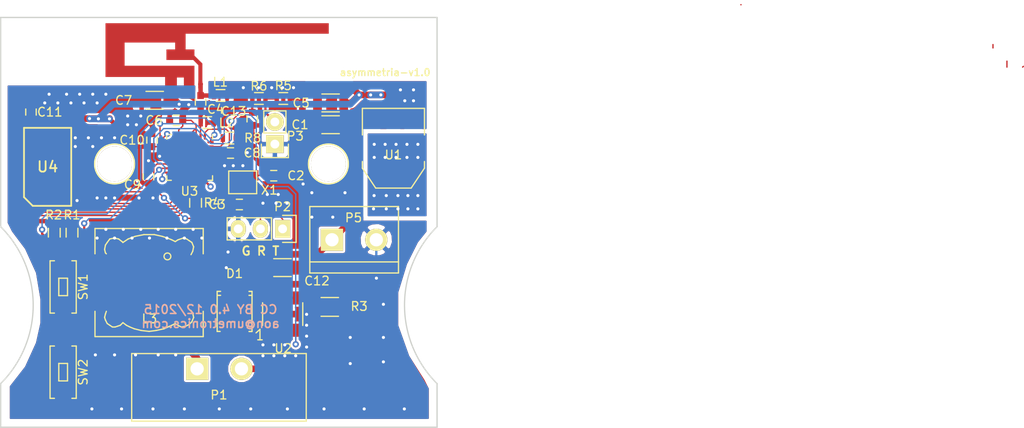
<source format=kicad_pcb>
(kicad_pcb (version 4) (host pcbnew 4.0.0-2.201511301921+6191~38~ubuntu15.10.1-stable)
  (title_block (title "ESP8266 dimmer") (company "Antti Nykänen <aon@umetronics.com>") (comment 1 "CC BY 4.0"))
  (layers (0 F.Cu signal) (31 B.Cu signal) (34 B.Paste user) (35 F.Paste user) (36 B.SilkS user) (37 F.SilkS user) (38 B.Mask user) (39 F.Mask user) (44 Edge.Cuts user))
  (net 0 "")
  (net 1 GND)
  (net 2 "Net-(ANT1-Pad1)")
  (net 3 +12V)
  (net 4 /XTAL_IN)
  (net 5 /XTAL_OUT)
  (net 6 /LNA)
  (net 7 +3V3)
  (net 8 /USER_SW)
  (net 9 "Net-(D1-Pad2)")
  (net 10 /LED-)
  (net 11 /LED+)
  (net 12 /U0TXD)
  (net 13 /U0RXD)
  (net 14 /GPIO0)
  (net 15 /RESET)
  (net 16 "Net-(R4-Pad2)")
  (net 17 /PWM0)
  (net 18 "Net-(U3-Pad5)")
  (net 19 /TOUT)
  (net 20 "Net-(U3-Pad8)")
  (net 21 /GPIO14)
  (net 22 /GPIO13)
  (net 23 /GPIO5)
  (net 24 "Net-(P3-Pad2)")
  (net 25 "Net-(R8-Pad2)")
  (net 26 /SPI_CLK)
  (net 27 /SPI_HOLD)
  (net 28 /SPI_WP)
  (net 29 /SPI_CS0)
  (net 30 /SPI_MISO)
  (net 31 /SPI_MOSI)
  (net 32 /U1_PIN4)
  (net 33 "Net-(W1-Pad1)")
  (net 34 "Net-(W2-Pad1)")
  (module Choke_SMD:Choke_SMD_12x12mm_h8mm (layer F.Cu) (at 131.0085 85.4075 180)
    (fp_text reference L3 (at -0.0381 -4.1529 180) (layer F.SilkS))
    (fp_text value 33uH)
    (pad 1 smd rect (at -4.95046 0 180) (size 2.90068 5.40004) (layers F.Cu F.Paste F.Mask) (net 9 "Net-(D1-Pad2)"))
    (pad 2 smd rect (at 4.95046 0 180) (size 2.90068 5.40004) (layers F.Cu F.Paste F.Mask) (net 10 /LED-))
  )
  (module Connect:1pin (layer F.Cu) (at 151.5515 71.8035)
    (fp_text reference W2 hide)
    (fp_text value MH)
    (pad 1 thru_hole circle (at 0 0) (size 4 4) (drill 4) (layers *.Cu *.Mask F.SilkS) (net 34 "Net-(W2-Pad1)"))
  )
  (module umetronics:5EHDRM-02P (layer F.Cu) (at 139.0515 95.3035)
    (fp_text reference P1 (at -0.04 3) (layer F.SilkS))
    (fp_text value CONN_01X02)
    (pad 1 thru_hole rect (at -2.54 0) (size 2.54 2.54) (drill 1.524) (layers *.Cu *.Mask F.SilkS) (net 10 /LED-))
    (pad 2 thru_hole circle (at 2.54 0) (size 2.54 2.54) (drill 1.524) (layers *.Cu *.Mask F.SilkS) (net 11 /LED+))
  )
  (module Capacitors_SMD:C_0603 (layer F.Cu) (at 130.9395 73.2847 90)
    (fp_text reference C9 (at -0.889 -1.8415 180) (layer F.SilkS))
    (fp_text value 0.1uF)
    (pad 1 smd rect (at -0.75 0 90) (size 0.8 0.75) (layers F.Cu F.Paste F.Mask) (net 7 +3V3))
    (pad 2 smd rect (at 0.75 0 90) (size 0.8 0.75) (layers F.Cu F.Paste F.Mask) (net 1 GND))
  )
  (module umetronics:PCB_IF_ANT_2.4G (layer F.Cu) (at 126.0119 55.6571)
    (fp_text reference ANT1 hide)
    (fp_text value ANTENNA hide)
    (fp_poly (pts (xy 10.64 4.82) (xy 10.64 7.48) (xy 11.1 7.48) (xy 11.1 4.62) (xy 10.19 3.72) (xy 10.19 3.01) (xy 9.18 3.01) (xy 9.18 1.21) (xy 25.58 1.21) (xy 25.58 0) (xy 0 0) (xy 0 6.17) (xy 6.83 6.17) (xy 6.83 7.22) (xy 8.18 7.22) (xy 8.18 6.23) (xy 8.98 6.23) (xy 8.98 7.22) (xy 10.19 7.22) (xy 10.19 4.88) (xy 2.19 4.88) (xy 2.19 2.22) (xy 7.98 2.22) (xy 7.98 3.01) (xy 6.98 3.01) (xy 6.98 4.22) (xy 10.05 4.22) (xy 10.64 4.82)) (layer F.Cu) (width 0.001))
    (pad 1 connect rect (at 10.87 7.08) (size 0.46 0.8) (layers F.Cu) (net 2 "Net-(ANT1-Pad1)"))
    (pad 2 connect rect (at 24.92 0.5 90) (size 0.46 0.8) (layers F.Cu))
  )
  (module Capacitors_SMD:C_1206 (layer F.Cu) (at 151.8015 67.3035 180)
    (fp_text reference C1 (at 3.5 0 180) (layer F.SilkS))
    (fp_text value 10uF)
    (pad 1 smd rect (at -1.5 0 180) (size 1 1.6) (layers F.Cu F.Paste F.Mask) (net 3 +12V))
    (pad 2 smd rect (at 1.5 0 180) (size 1 1.6) (layers F.Cu F.Paste F.Mask) (net 1 GND))
  )
  (module Capacitors_SMD:C_0603 (layer F.Cu) (at 145.288 73.152)
    (fp_text reference C2 (at 2.54 0 180) (layer F.SilkS))
    (fp_text value 10pF)
    (pad 1 smd rect (at -0.75 0) (size 0.8 0.75) (layers F.Cu F.Paste F.Mask) (net 4 /XTAL_IN))
    (pad 2 smd rect (at 0.75 0) (size 0.8 0.75) (layers F.Cu F.Paste F.Mask) (net 1 GND))
  )
  (module Capacitors_SMD:C_0603 (layer F.Cu) (at 141.351 76.454)
    (fp_text reference C3 (at -2.54 0 180) (layer F.SilkS))
    (fp_text value 10pF)
    (pad 1 smd rect (at -0.75 0) (size 0.8 0.75) (layers F.Cu F.Paste F.Mask) (net 5 /XTAL_OUT))
    (pad 2 smd rect (at 0.75 0) (size 0.8 0.75) (layers F.Cu F.Paste F.Mask) (net 1 GND))
  )
  (module Capacitors_SMD:C_0603 (layer F.Cu) (at 136.906 64.7065 90)
    (fp_text reference C4 (at -0.8255 1.7145 180) (layer F.SilkS))
    (fp_text value "5.6pF C0G")
    (pad 1 smd rect (at -0.75 0 90) (size 0.8 0.75) (layers F.Cu F.Paste F.Mask) (net 6 /LNA))
    (pad 2 smd rect (at 0.75 0 90) (size 0.8 0.75) (layers F.Cu F.Paste F.Mask) (net 2 "Net-(ANT1-Pad1)"))
  )
  (module Capacitors_SMD:C_1206 (layer F.Cu) (at 151.8015 64.8035 180)
    (fp_text reference C5 (at 3.3757 -0.0057 360) (layer F.SilkS))
    (fp_text value 22uF)
    (pad 1 smd rect (at -1.5 0 180) (size 1 1.6) (layers F.Cu F.Paste F.Mask) (net 7 +3V3))
    (pad 2 smd rect (at 1.5 0 180) (size 1 1.6) (layers F.Cu F.Paste F.Mask) (net 1 GND))
  )
  (module Capacitors_SMD:C_0603 (layer F.Cu) (at 134.112 66.802 180)
    (fp_text reference C6 (at 2.54 0 180) (layer F.SilkS))
    (fp_text value 0.1uF)
    (pad 1 smd rect (at -0.75 0 180) (size 0.8 0.75) (layers F.Cu F.Paste F.Mask) (net 7 +3V3))
    (pad 2 smd rect (at 0.75 0 180) (size 0.8 0.75) (layers F.Cu F.Paste F.Mask) (net 1 GND))
  )
  (module Capacitors_SMD:C_1206 (layer F.Cu) (at 131.6515 64.5035 180)
    (fp_text reference C7 (at 3.556 0 180) (layer F.SilkS))
    (fp_text value 10uF)
    (pad 1 smd rect (at -1.5 0 180) (size 1 1.6) (layers F.Cu F.Paste F.Mask) (net 7 +3V3))
    (pad 2 smd rect (at 1.5 0 180) (size 1 1.6) (layers F.Cu F.Paste F.Mask) (net 1 GND))
  )
  (module Capacitors_SMD:C_0603 (layer F.Cu) (at 140.335 70.5485)
    (fp_text reference C8 (at 2.479 -0.007) (layer F.SilkS))
    (fp_text value 0.1uF)
    (pad 1 smd rect (at -0.75 0) (size 0.8 0.75) (layers F.Cu F.Paste F.Mask) (net 7 +3V3))
    (pad 2 smd rect (at 0.75 0) (size 0.8 0.75) (layers F.Cu F.Paste F.Mask) (net 1 GND))
  )
  (module Capacitors_SMD:C_0603 (layer F.Cu) (at 131.3459 69.0683 90)
    (fp_text reference C10 (at 0 -2.286 360) (layer F.SilkS))
    (fp_text value 0.1uF)
    (pad 1 smd rect (at -0.75 0 90) (size 0.8 0.75) (layers F.Cu F.Paste F.Mask) (net 7 +3V3))
    (pad 2 smd rect (at 0.75 0 90) (size 0.8 0.75) (layers F.Cu F.Paste F.Mask) (net 1 GND))
  )
  (module Capacitors_SMD:C_0603 (layer F.Cu) (at 117.475 65.8495 90)
    (fp_text reference C11 (at 0 2.159 180) (layer F.SilkS))
    (fp_text value 0.1uF)
    (pad 1 smd rect (at -0.75 0 90) (size 0.8 0.75) (layers F.Cu F.Paste F.Mask) (net 7 +3V3))
    (pad 2 smd rect (at 0.75 0 90) (size 0.8 0.75) (layers F.Cu F.Paste F.Mask) (net 1 GND))
  )
  (module Capacitors_SMD:C_1206 (layer F.Cu) (at 146.2866 83.693)
    (fp_text reference C12 (at 3.9544 1.524) (layer F.SilkS))
    (fp_text value 10uF)
    (pad 1 smd rect (at -1.5 0) (size 1 1.6) (layers F.Cu F.Paste F.Mask) (net 3 +12V))
    (pad 2 smd rect (at 1.5 0) (size 1 1.6) (layers F.Cu F.Paste F.Mask) (net 1 GND))
  )
  (module Capacitors_SMD:C_0603 (layer F.Cu) (at 142.8267 66.6299 270)
    (fp_text reference C13 (at -0.8636 2.1336 360) (layer F.SilkS))
    (fp_text value 0.1uF)
    (pad 1 smd rect (at -0.75 0 270) (size 0.8 0.75) (layers F.Cu F.Paste F.Mask) (net 8 /USER_SW))
    (pad 2 smd rect (at 0.75 0 270) (size 0.8 0.75) (layers F.Cu F.Paste F.Mask) (net 1 GND))
  )
  (module Diodes_SMD:SMB_Standard (layer F.Cu) (at 140.8002 88.7222 270)
    (fp_text reference D1 (at -4.3434 0 360) (layer F.SilkS))
    (fp_text value SS24)
    (pad 1 smd rect (at -2.14884 0 270) (size 2.49936 2.30124) (layers F.Cu F.Paste F.Mask) (net 3 +12V))
    (pad 2 smd rect (at 2.14884 0 270) (size 2.49936 2.30124) (layers F.Cu F.Paste F.Mask) (net 9 "Net-(D1-Pad2)"))
  )
  (module Resistors_SMD:R_0603 (layer F.Cu) (at 139.192 63.9445 180)
    (fp_text reference L1 (at 0.0229 1.531 180) (layer F.SilkS))
    (fp_text value NC)
    (pad 1 smd rect (at -0.75 0 180) (size 0.5 0.9) (layers F.Cu F.Paste F.Mask) (net 1 GND))
    (pad 2 smd rect (at 0.75 0 180) (size 0.5 0.9) (layers F.Cu F.Paste F.Mask) (net 2 "Net-(ANT1-Pad1)"))
  )
  (module Resistors_SMD:R_0603 (layer F.Cu) (at 137.668 67.056 180)
    (fp_text reference L2 (at -2.2123 -0.0311 180) (layer F.SilkS))
    (fp_text value NC)
    (pad 1 smd rect (at -0.75 0 180) (size 0.5 0.9) (layers F.Cu F.Paste F.Mask) (net 1 GND))
    (pad 2 smd rect (at 0.75 0 180) (size 0.5 0.9) (layers F.Cu F.Paste F.Mask) (net 6 /LNA))
  )
  (module Pin_Headers:Pin_Header_Straight_1x03 (layer F.Cu) (at 146.304 79.248 270)
    (fp_text reference P2 (at -2.54 0 360) (layer F.SilkS))
    (fp_text value CONN_01X03)
    (pad 1 thru_hole rect (at 0 0 270) (size 2.032 1.7272) (drill 1.016) (layers *.Cu *.Mask F.SilkS) (net 12 /U0TXD))
    (pad 2 thru_hole oval (at 0 2.54 270) (size 2.032 1.7272) (drill 1.016) (layers *.Cu *.Mask F.SilkS) (net 13 /U0RXD))
    (pad 3 thru_hole oval (at 0 5.08 270) (size 2.032 1.7272) (drill 1.016) (layers *.Cu *.Mask F.SilkS) (net 1 GND))
  )
  (module Resistors_SMD:R_0603 (layer F.Cu) (at 122.1765 79.6855 90)
    (fp_text reference R1 (at 2.032 0 180) (layer F.SilkS))
    (fp_text value 10k)
    (pad 1 smd rect (at -0.75 0 90) (size 0.5 0.9) (layers F.Cu F.Paste F.Mask) (net 14 /GPIO0))
    (pad 2 smd rect (at 0.75 0 90) (size 0.5 0.9) (layers F.Cu F.Paste F.Mask) (net 7 +3V3))
  )
  (module Resistors_SMD:R_0603 (layer F.Cu) (at 120.1445 79.6855 90)
    (fp_text reference R2 (at 2.032 -0.0635 180) (layer F.SilkS))
    (fp_text value 10k)
    (pad 1 smd rect (at -0.75 0 90) (size 0.5 0.9) (layers F.Cu F.Paste F.Mask) (net 15 /RESET))
    (pad 2 smd rect (at 0.75 0 90) (size 0.5 0.9) (layers F.Cu F.Paste F.Mask) (net 7 +3V3))
  )
  (module Resistors_SMD:R_1206 (layer F.Cu) (at 151.7095 88.2015 180)
    (fp_text reference R3 (at -3.3655 0.0635 180) (layer F.SilkS))
    (fp_text value 0R1)
    (pad 1 smd rect (at -1.45 0 180) (size 0.9 1.7) (layers F.Cu F.Paste F.Mask) (net 3 +12V))
    (pad 2 smd rect (at 1.45 0 180) (size 0.9 1.7) (layers F.Cu F.Paste F.Mask) (net 11 /LED+))
  )
  (module Resistors_SMD:R_0603 (layer F.Cu) (at 136.3345 76.2635 90)
    (fp_text reference R4 (at 0 1.905 180) (layer F.SilkS))
    (fp_text value 220)
    (pad 1 smd rect (at -0.75 0 90) (size 0.5 0.9) (layers F.Cu F.Paste F.Mask) (net 26 /SPI_CLK))
    (pad 2 smd rect (at 0.75 0 90) (size 0.5 0.9) (layers F.Cu F.Paste F.Mask) (net 16 "Net-(R4-Pad2)"))
  )
  (module TO_SOT_Packages_SMD:SOT-223 (layer F.Cu) (at 159 70 180)
    (fp_text reference U1 (at 0 -0.762 180) (layer F.SilkS))
    (fp_text value AMS1117-3.3)
    (pad 4 smd rect (at 0 -3.302 180) (size 3.6576 2.032) (layers F.Cu F.Paste F.Mask) (net 32 /U1_PIN4))
    (pad 2 smd rect (at 0 3.302 180) (size 1.016 2.032) (layers F.Cu F.Paste F.Mask) (net 7 +3V3))
    (pad 3 smd rect (at 2.286 3.302 180) (size 1.016 2.032) (layers F.Cu F.Paste F.Mask) (net 3 +12V))
    (pad 1 smd rect (at -2.286 3.302 180) (size 1.016 2.032) (layers F.Cu F.Paste F.Mask) (net 1 GND))
  )
  (module Housings_SOT-89:SOT89-5_Housing (layer F.Cu) (at 146.312 89.027)
    (fp_text reference U2 (at 0.0635 3.937) (layer F.SilkS))
    (fp_text value PT4115B89E)
    (pad 2 smd trapezoid (at 0 -0.72644) (size 1.50114 0.7493) (rect_delta 0 0.50038) (layers F.Cu F.Paste F.Mask) (net 1 GND))
    (pad 5 smd rect (at -1.50114 -1.85166) (size 0.70104 1.50114) (layers F.Cu F.Paste F.Mask) (net 3 +12V))
    (pad 4 smd rect (at 1.50114 -1.85166) (size 0.70104 1.50114) (layers F.Cu F.Paste F.Mask) (net 11 /LED+))
    (pad 1 smd rect (at -1.50114 1.85166) (size 0.70104 1.50114) (layers F.Cu F.Paste F.Mask) (net 9 "Net-(D1-Pad2)"))
    (pad 2 smd rect (at 0 1.85166) (size 1.00076 1.50114) (layers F.Cu F.Paste F.Mask) (net 1 GND))
    (pad 3 smd rect (at 1.50114 1.85166) (size 0.70104 1.50114) (layers F.Cu F.Paste F.Mask) (net 17 /PWM0))
    (pad 2 smd rect (at 0 -1.85166) (size 1.00076 1.50114) (layers F.Cu F.Paste F.Mask) (net 1 GND))
    (pad 2 smd trapezoid (at 0 0.72644 180) (size 1.50114 0.7493) (rect_delta 0 0.50038) (layers F.Cu F.Paste F.Mask) (net 1 GND))
    (pad 2 smd rect (at 0 0) (size 1.99898 0.8001) (layers F.Cu F.Paste F.Mask) (net 1 GND))
  )
  (module Housings_DFN_QFN:QFN-32-1EP_5x5mm_Pitch0.5mm (layer F.Cu) (at 135.6515 71.0535 270)
    (fp_text reference U3 (at 3.8765 0.0155 360) (layer F.SilkS))
    (fp_text value ESP8266EX)
    (pad 1 smd rect (at -2.4 -1.75 270) (size 0.7 0.25) (layers F.Cu F.Paste F.Mask) (net 7 +3V3))
    (pad 2 smd rect (at -2.4 -1.25 270) (size 0.7 0.25) (layers F.Cu F.Paste F.Mask) (net 6 /LNA))
    (pad 3 smd rect (at -2.4 -0.75 270) (size 0.7 0.25) (layers F.Cu F.Paste F.Mask) (net 7 +3V3))
    (pad 4 smd rect (at -2.4 -0.25 270) (size 0.7 0.25) (layers F.Cu F.Paste F.Mask) (net 7 +3V3))
    (pad 5 smd rect (at -2.4 0.25 270) (size 0.7 0.25) (layers F.Cu F.Paste F.Mask) (net 18 "Net-(U3-Pad5)"))
    (pad 6 smd rect (at -2.4 0.75 270) (size 0.7 0.25) (layers F.Cu F.Paste F.Mask) (net 19 /TOUT))
    (pad 7 smd rect (at -2.4 1.25 270) (size 0.7 0.25) (layers F.Cu F.Paste F.Mask) (net 7 +3V3))
    (pad 8 smd rect (at -2.4 1.75 270) (size 0.7 0.25) (layers F.Cu F.Paste F.Mask) (net 20 "Net-(U3-Pad8)"))
    (pad 9 smd rect (at -1.75 2.4) (size 0.7 0.25) (layers F.Cu F.Paste F.Mask) (net 21 /GPIO14))
    (pad 10 smd rect (at -1.25 2.4) (size 0.7 0.25) (layers F.Cu F.Paste F.Mask) (net 17 /PWM0))
    (pad 11 smd rect (at -0.75 2.4) (size 0.7 0.25) (layers F.Cu F.Paste F.Mask) (net 7 +3V3))
    (pad 12 smd rect (at -0.25 2.4) (size 0.7 0.25) (layers F.Cu F.Paste F.Mask) (net 22 /GPIO13))
    (pad 13 smd rect (at 0.25 2.4) (size 0.7 0.25) (layers F.Cu F.Paste F.Mask) (net 1 GND))
    (pad 14 smd rect (at 0.75 2.4) (size 0.7 0.25) (layers F.Cu F.Paste F.Mask) (net 7 +3V3))
    (pad 15 smd rect (at 1.25 2.4) (size 0.7 0.25) (layers F.Cu F.Paste F.Mask) (net 14 /GPIO0))
    (pad 16 smd rect (at 1.75 2.4) (size 0.7 0.25) (layers F.Cu F.Paste F.Mask) (net 8 /USER_SW))
    (pad 17 smd rect (at 2.4 1.75 270) (size 0.7 0.25) (layers F.Cu F.Paste F.Mask) (net 7 +3V3))
    (pad 18 smd rect (at 2.4 1.25 270) (size 0.7 0.25) (layers F.Cu F.Paste F.Mask) (net 27 /SPI_HOLD))
    (pad 19 smd rect (at 2.4 0.75 270) (size 0.7 0.25) (layers F.Cu F.Paste F.Mask) (net 28 /SPI_WP))
    (pad 20 smd rect (at 2.4 0.25 270) (size 0.7 0.25) (layers F.Cu F.Paste F.Mask) (net 29 /SPI_CS0))
    (pad 21 smd rect (at 2.4 -0.25 270) (size 0.7 0.25) (layers F.Cu F.Paste F.Mask) (net 16 "Net-(R4-Pad2)"))
    (pad 22 smd rect (at 2.4 -0.75 270) (size 0.7 0.25) (layers F.Cu F.Paste F.Mask) (net 30 /SPI_MISO))
    (pad 23 smd rect (at 2.4 -1.25 270) (size 0.7 0.25) (layers F.Cu F.Paste F.Mask) (net 31 /SPI_MOSI))
    (pad 24 smd rect (at 2.4 -1.75 270) (size 0.7 0.25) (layers F.Cu F.Paste F.Mask) (net 23 /GPIO5))
    (pad 25 smd rect (at 1.75 -2.4) (size 0.7 0.25) (layers F.Cu F.Paste F.Mask) (net 13 /U0RXD))
    (pad 26 smd rect (at 1.25 -2.4) (size 0.7 0.25) (layers F.Cu F.Paste F.Mask) (net 12 /U0TXD))
    (pad 27 smd rect (at 0.75 -2.4) (size 0.7 0.25) (layers F.Cu F.Paste F.Mask) (net 5 /XTAL_OUT))
    (pad 28 smd rect (at 0.25 -2.4) (size 0.7 0.25) (layers F.Cu F.Paste F.Mask) (net 4 /XTAL_IN))
    (pad 29 smd rect (at -0.25 -2.4) (size 0.7 0.25) (layers F.Cu F.Paste F.Mask) (net 7 +3V3))
    (pad 30 smd rect (at -0.75 -2.4) (size 0.7 0.25) (layers F.Cu F.Paste F.Mask) (net 7 +3V3))
    (pad 31 smd rect (at -1.25 -2.4) (size 0.7 0.25) (layers F.Cu F.Paste F.Mask) (net 25 "Net-(R8-Pad2)"))
    (pad 32 smd rect (at -1.75 -2.4) (size 0.7 0.25) (layers F.Cu F.Paste F.Mask) (net 15 /RESET))
    (pad 33 smd rect (at 0.8625 0.8625 270) (size 1.725 1.725) (layers F.Cu F.Paste F.Mask))
    (pad 33 smd rect (at 0.8625 -0.8625 270) (size 1.725 1.725) (layers F.Cu F.Paste F.Mask))
    (pad 33 smd rect (at -0.8625 0.8625 270) (size 1.725 1.725) (layers F.Cu F.Paste F.Mask))
    (pad 33 smd rect (at -0.8625 -0.8625 270) (size 1.725 1.725) (layers F.Cu F.Paste F.Mask))
  )
  (module umetronics:SOIC-8-208 (layer F.Cu) (at 119.38 72.136 90)
    (fp_text reference U4 (at 0 0 180) (layer F.SilkS) (effects (font (size 1.2 1.2) (thickness 0.2))))
    (fp_text value W25Q32FV hide)
    (pad 1 smd rect (at -2.875 -1.905 90) (size 2.2 0.6) (layers F.Cu F.Paste F.Mask) (net 29 /SPI_CS0))
    (pad 2 smd rect (at -2.875 -0.635 90) (size 2.2 0.6) (layers F.Cu F.Paste F.Mask) (net 30 /SPI_MISO))
    (pad 3 smd rect (at -2.875 0.635 90) (size 2.2 0.6) (layers F.Cu F.Paste F.Mask) (net 28 /SPI_WP))
    (pad 4 smd rect (at -2.875 1.905 90) (size 2.2 0.6) (layers F.Cu F.Paste F.Mask) (net 1 GND))
    (pad 8 smd rect (at 2.875 -1.905 90) (size 2.2 0.6) (layers F.Cu F.Paste F.Mask) (net 7 +3V3))
    (pad 7 smd rect (at 2.875 -0.635 90) (size 2.2 0.6) (layers F.Cu F.Paste F.Mask) (net 27 /SPI_HOLD))
    (pad 6 smd rect (at 2.875 0.635 90) (size 2.2 0.6) (layers F.Cu F.Paste F.Mask) (net 26 /SPI_CLK))
    (pad 5 smd rect (at 2.875 1.905 90) (size 2.2 0.6) (layers F.Cu F.Paste F.Mask) (net 31 /SPI_MOSI))
  )
  (module Crystals_Oscillators_SMD:crystal_FA238-TSX3225 (layer F.Cu) (at 141.732 73.914 180)
    (fp_text reference X1 (at -3.048 -0.889 180) (layer F.SilkS))
    (fp_text value "26MHz 10ppm 3x2.5mm")
    (pad 1 smd rect (at -1.1 0.8 180) (size 1.4 1.2) (layers F.Cu F.Paste F.Mask) (net 4 /XTAL_IN))
    (pad 3 smd rect (at 1.1 0.8 180) (size 1.4 1.2) (layers F.Cu F.Paste F.Mask) (net 1 GND))
    (pad 3 smd rect (at -1.1 -0.8 180) (size 1.4 1.2) (layers F.Cu F.Paste F.Mask) (net 1 GND))
    (pad 2 smd rect (at 1.1 -0.8 180) (size 1.4 1.2) (layers F.Cu F.Paste F.Mask) (net 5 /XTAL_OUT))
  )
  (module Pin_Headers:Pin_Header_Straight_1x02 (layer F.Cu) (at 145.4175 69.5255 180)
    (fp_text reference P3 (at -2.3368 0.9144 180) (layer F.SilkS))
    (fp_text value CONN_01X02)
    (pad 1 thru_hole rect (at 0 0 180) (size 2.032 2.032) (drill 1.016) (layers *.Cu *.Mask F.SilkS) (net 1 GND))
    (pad 2 thru_hole oval (at 0 2.54 180) (size 2.032 2.032) (drill 1.016) (layers *.Cu *.Mask F.SilkS) (net 24 "Net-(P3-Pad2)"))
  )
  (module Resistors_SMD:R_0603 (layer F.Cu) (at 146.3827 64.2931 180)
    (fp_text reference R5 (at 0 1.4732 180) (layer F.SilkS))
    (fp_text value R)
    (pad 1 smd rect (at -0.75 0 180) (size 0.5 0.9) (layers F.Cu F.Paste F.Mask) (net 7 +3V3))
    (pad 2 smd rect (at 0.75 0 180) (size 0.5 0.9) (layers F.Cu F.Paste F.Mask) (net 24 "Net-(P3-Pad2)"))
  )
  (module Resistors_SMD:R_0603 (layer F.Cu) (at 143.5887 64.2931 180)
    (fp_text reference R6 (at 0 1.4224 180) (layer F.SilkS))
    (fp_text value R)
    (pad 1 smd rect (at -0.75 0 180) (size 0.5 0.9) (layers F.Cu F.Paste F.Mask) (net 24 "Net-(P3-Pad2)"))
    (pad 2 smd rect (at 0.75 0 180) (size 0.5 0.9) (layers F.Cu F.Paste F.Mask) (net 8 /USER_SW))
  )
  (module Connect:bornier2 (layer F.Cu) (at 154.5 80.5)
    (fp_text reference P5 (at -0.068 -2.522) (layer F.SilkS))
    (fp_text value CONN_01X02)
    (pad 1 thru_hole rect (at -2.54 0) (size 2.54 2.54) (drill 1.524) (layers *.Cu *.Mask F.SilkS) (net 3 +12V))
    (pad 2 thru_hole circle (at 2.54 0) (size 2.54 2.54) (drill 1.524) (layers *.Cu *.Mask F.SilkS) (net 1 GND))
  )
  (module Resistors_SMD:R_0603 (layer F.Cu) (at 140.208 68.834 180)
    (fp_text reference R8 (at -2.667 0 180) (layer F.SilkS))
    (fp_text value 12K)
    (pad 1 smd rect (at -0.75 0 180) (size 0.5 0.9) (layers F.Cu F.Paste F.Mask) (net 1 GND))
    (pad 2 smd rect (at 0.75 0 180) (size 0.5 0.9) (layers F.Cu F.Paste F.Mask) (net 25 "Net-(R8-Pad2)"))
  )
  (module Connect:1pin (layer F.Cu) (at 127.0515 71.8035)
    (fp_text reference W1 hide)
    (fp_text value MH)
    (pad 1 thru_hole circle (at 0 0) (size 4 4) (drill 4) (layers *.Cu *.Mask F.SilkS) (net 33 "Net-(W1-Pad1)"))
  )
  (module umetronics:SPST_3x6x2.5_SMD (layer F.Cu) (at 121.1605 85.9085 90)
    (fp_text reference SW1 (at 0 2.286 90) (layer F.SilkS))
    (fp_text value 3x6x2.5mm hide)
    (pad 1 smd rect (at -3.5 0 90) (size 2.18 1.6) (layers F.Cu F.Paste F.Mask) (net 1 GND))
    (pad 2 smd rect (at 3.5 0 90) (size 2.18 1.6) (layers F.Cu F.Paste F.Mask) (net 14 /GPIO0))
  )
  (module umetronics:SPST_3x6x2.5_SMD (layer F.Cu) (at 121.1605 95.6875 270)
    (fp_text reference SW2 (at 0 -2.286 270) (layer F.SilkS))
    (fp_text value 3x6x2.5mm hide)
    (pad 1 smd rect (at -3.5 0 270) (size 2.18 1.6) (layers F.Cu F.Paste F.Mask) (net 1 GND))
    (pad 2 smd rect (at 3.5 0 270) (size 2.18 1.6) (layers F.Cu F.Paste F.Mask) (net 15 /RESET))
  )
  (gr_text asymmetria-v1.0 (at 158.0515 61.3035) (layer F.SilkS) (effects (font (size 0.8 0.8))))
  (gr_text "CC BY 4.0 12/2015\naon@umetronics.com" (at 138.0515 89.3035) (layer B.SilkS) (effects (font (size 1 1) (thickness 0.18)) (justify mirror)))
  (gr_text "G R T" (at 143.764 81.788) (layer F.SilkS) (effects (font (size 1 1) (thickness 0.2))))
  (gr_line (start 164 102) (end 114 102) (angle 90) (layer Edge.Cuts) (width 0.15))
  (gr_line (start 164 97) (end 164 102) (angle 90) (layer Edge.Cuts) (width 0.15))
  (gr_line (start 114 97) (end 114 102) (angle 90) (layer Edge.Cuts) (width 0.15))
  (gr_line (start 164 79) (end 164 55) (angle 90) (layer Edge.Cuts) (width 0.15))
  (gr_line (start 114 79) (end 114 55) (angle 90) (layer Edge.Cuts) (width 0.15))
  (gr_arc (start 173 88) (end 164 97) (angle 90) (layer Edge.Cuts) (width 0.15))
  (gr_arc (start 105 88) (end 114 79) (angle 90) (layer Edge.Cuts) (width 0.15))
  (gr_line (start 114 55) (end 164 55) (angle 90) (layer Edge.Cuts) (width 0.15))
  (segment (start 198.8185 53.5425) (end 198.8185 53.5305) (width 0.1524) (layer F.Cu) (net 0))
  (segment (start 227.6935 58.4935) (end 227.6935 58.1075) (width 0.1524) (layer F.Cu) (net 0))
  (segment (start 229.2935 60.0125) (end 229.2935 60.6935) (width 0.1524) (layer F.Cu) (net 0))
  (segment (start 231.0885 60.6935) (end 231.1725 60.6095) (width 0.1524) (layer F.Cu) (net 0))
  (segment (start 141.224 79.248) (end 141.224 80.731) (width 0.254) (layer B.Cu) (net 1))
  (via (at 139.8515 83.7035) (size 0.7112) (drill 0.3556) (layers F.Cu B.Cu) (net 1))
  (segment (start 139.8515 82.1035) (end 139.8515 83.7035) (width 0.254) (layer F.Cu) (net 1))
  (segment (start 140.0515 81.9035) (end 139.8515 82.1035) (width 0.254) (layer F.Cu) (net 1))
  (via (at 140.0515 81.9035) (size 0.7112) (drill 0.3556) (layers F.Cu B.Cu) (net 1))
  (segment (start 141.224 80.731) (end 140.0515 81.9035) (width 0.254) (layer B.Cu) (net 1))
  (segment (start 146.038 73.152) (end 147.7 73.152) (width 0.254) (layer F.Cu) (net 1))
  (via (at 149.6515 77.9035) (size 0.7112) (drill 0.3556) (layers F.Cu B.Cu) (net 1))
  (segment (start 152.0515 77.9035) (end 149.6515 77.9035) (width 0.254) (layer F.Cu) (net 1))
  (via (at 152.0515 77.9035) (size 0.7112) (drill 0.3556) (layers F.Cu B.Cu) (net 1))
  (segment (start 152.0515 76.5035) (end 152.0515 77.9035) (width 0.254) (layer B.Cu) (net 1))
  (segment (start 153.4515 75.1035) (end 152.0515 76.5035) (width 0.254) (layer B.Cu) (net 1))
  (via (at 153.4515 75.1035) (size 0.7112) (drill 0.3556) (layers F.Cu B.Cu) (net 1))
  (segment (start 149.6515 75.1035) (end 153.4515 75.1035) (width 0.254) (layer F.Cu) (net 1))
  (via (at 149.6515 75.1035) (size 0.7112) (drill 0.3556) (layers F.Cu B.Cu) (net 1))
  (segment (start 148.6515 74.1035) (end 149.6515 75.1035) (width 0.254) (layer B.Cu) (net 1))
  (via (at 148.6515 74.1035) (size 0.7112) (drill 0.3556) (layers F.Cu B.Cu) (net 1))
  (segment (start 147.7 73.152) (end 148.6515 74.1035) (width 0.254) (layer F.Cu) (net 1))
  (segment (start 121.1605 92.1875) (end 123.3355 92.1875) (width 0.254) (layer F.Cu) (net 1))
  (segment (start 134.0515 93.7035) (end 127.8515 99.9035) (width 0.254) (layer B.Cu) (net 1))
  (via (at 134.0515 93.7035) (size 0.7112) (drill 0.3556) (layers F.Cu B.Cu) (net 1))
  (segment (start 132.0515 93.7035) (end 134.0515 93.7035) (width 0.254) (layer F.Cu) (net 1))
  (via (at 132.0515 93.7035) (size 0.7112) (drill 0.3556) (layers F.Cu B.Cu) (net 1))
  (segment (start 129.4515 93.7035) (end 132.0515 93.7035) (width 0.254) (layer B.Cu) (net 1))
  (via (at 129.4515 93.7035) (size 0.7112) (drill 0.3556) (layers F.Cu B.Cu) (net 1))
  (segment (start 127.0515 93.7035) (end 129.4515 93.7035) (width 0.254) (layer F.Cu) (net 1))
  (via (at 127.0515 93.7035) (size 0.7112) (drill 0.3556) (layers F.Cu B.Cu) (net 1))
  (segment (start 124.8515 93.7035) (end 127.0515 93.7035) (width 0.254) (layer B.Cu) (net 1))
  (via (at 124.8515 93.7035) (size 0.7112) (drill 0.3556) (layers F.Cu B.Cu) (net 1))
  (segment (start 123.3355 92.1875) (end 124.8515 93.7035) (width 0.254) (layer F.Cu) (net 1))
  (segment (start 127.8515 99.9035) (end 124.4515 99.9035) (width 0.254) (layer B.Cu) (net 1))
  (via (at 124.4515 99.9035) (size 0.7112) (drill 0.3556) (layers F.Cu B.Cu) (net 1))
  (segment (start 124.4515 99.9035) (end 127.8515 99.9035) (width 0.254) (layer F.Cu) (net 1))
  (via (at 127.8515 99.9035) (size 0.7112) (drill 0.3556) (layers F.Cu B.Cu) (net 1))
  (segment (start 127.8515 99.9035) (end 131.4515 99.9035) (width 0.254) (layer B.Cu) (net 1))
  (via (at 131.4515 99.9035) (size 0.7112) (drill 0.3556) (layers F.Cu B.Cu) (net 1))
  (segment (start 131.4515 99.9035) (end 135.0515 99.9035) (width 0.254) (layer F.Cu) (net 1))
  (via (at 135.0515 99.9035) (size 0.7112) (drill 0.3556) (layers F.Cu B.Cu) (net 1))
  (segment (start 135.0515 99.9035) (end 139.0515 99.9035) (width 0.254) (layer B.Cu) (net 1))
  (via (at 139.0515 99.9035) (size 0.7112) (drill 0.3556) (layers F.Cu B.Cu) (net 1))
  (segment (start 139.0515 99.9035) (end 142.6515 99.9035) (width 0.254) (layer F.Cu) (net 1))
  (via (at 142.6515 99.9035) (size 0.7112) (drill 0.3556) (layers F.Cu B.Cu) (net 1))
  (segment (start 142.6515 99.9035) (end 146.8515 99.9035) (width 0.254) (layer B.Cu) (net 1))
  (via (at 146.8515 99.9035) (size 0.7112) (drill 0.3556) (layers F.Cu B.Cu) (net 1))
  (segment (start 146.8515 99.9035) (end 151.0515 99.9035) (width 0.254) (layer F.Cu) (net 1))
  (via (at 151.0515 99.9035) (size 0.7112) (drill 0.3556) (layers F.Cu B.Cu) (net 1))
  (segment (start 151.0515 99.9035) (end 155.6515 99.9035) (width 0.254) (layer B.Cu) (net 1))
  (via (at 155.6515 99.9035) (size 0.7112) (drill 0.3556) (layers F.Cu B.Cu) (net 1))
  (segment (start 155.6515 99.9035) (end 160.2515 99.9035) (width 0.254) (layer F.Cu) (net 1))
  (via (at 160.2515 99.9035) (size 0.7112) (drill 0.3556) (layers F.Cu B.Cu) (net 1))
  (segment (start 160.2515 99.9035) (end 157.8515 97.5035) (width 0.254) (layer B.Cu) (net 1))
  (segment (start 157.8515 97.5035) (end 157.8515 94.5035) (width 0.254) (layer B.Cu) (net 1))
  (via (at 157.8515 94.5035) (size 0.7112) (drill 0.3556) (layers F.Cu B.Cu) (net 1))
  (segment (start 157.8515 94.5035) (end 157.6515 94.7035) (width 0.254) (layer F.Cu) (net 1))
  (segment (start 157.6515 94.7035) (end 154.0515 94.7035) (width 0.254) (layer F.Cu) (net 1))
  (via (at 154.0515 94.7035) (size 0.7112) (drill 0.3556) (layers F.Cu B.Cu) (net 1))
  (segment (start 154.0515 94.7035) (end 154.0515 91.7035) (width 0.254) (layer B.Cu) (net 1))
  (via (at 154.0515 91.7035) (size 0.7112) (drill 0.3556) (layers F.Cu B.Cu) (net 1))
  (segment (start 154.0515 91.7035) (end 157.8515 91.7035) (width 0.254) (layer F.Cu) (net 1))
  (via (at 157.8515 91.7035) (size 0.7112) (drill 0.3556) (layers F.Cu B.Cu) (net 1))
  (segment (start 157.8515 91.7035) (end 157.8515 87.9035) (width 0.254) (layer B.Cu) (net 1))
  (via (at 157.8515 87.9035) (size 0.7112) (drill 0.3556) (layers F.Cu B.Cu) (net 1))
  (segment (start 157.8515 87.9035) (end 157.0515 87.1035) (width 0.254) (layer F.Cu) (net 1))
  (segment (start 157.0515 87.1035) (end 157.0515 84.9035) (width 0.254) (layer F.Cu) (net 1))
  (via (at 157.0515 84.9035) (size 0.7112) (drill 0.3556) (layers F.Cu B.Cu) (net 1))
  (segment (start 157.0515 84.9035) (end 157.04 84.892) (width 0.254) (layer B.Cu) (net 1))
  (segment (start 157.04 84.892) (end 157.04 80.5) (width 0.254) (layer B.Cu) (net 1))
  (segment (start 122.7515 76.0035) (end 124.7515 76.0035) (width 0.254) (layer B.Cu) (net 1))
  (segment (start 121.285 75.137) (end 122.1515 76.0035) (width 0.1524) (layer F.Cu) (net 1))
  (segment (start 122.1515 76.0035) (end 122.7515 76.0035) (width 0.1524) (layer F.Cu) (net 1))
  (via (at 122.7515 76.0035) (size 0.7112) (drill 0.3556) (layers F.Cu B.Cu) (net 1))
  (via (at 131.4515 75.7035) (size 0.7112) (drill 0.3556) (layers F.Cu B.Cu) (net 1))
  (segment (start 129.8515 75.7035) (end 131.4515 75.7035) (width 0.254) (layer B.Cu) (net 1))
  (via (at 129.8515 75.7035) (size 0.7112) (drill 0.3556) (layers F.Cu B.Cu) (net 1))
  (segment (start 127.0515 75.7035) (end 129.8515 75.7035) (width 0.254) (layer F.Cu) (net 1))
  (via (at 127.0515 75.7035) (size 0.7112) (drill 0.3556) (layers F.Cu B.Cu) (net 1))
  (segment (start 126.0515 75.7035) (end 127.0515 75.7035) (width 0.254) (layer B.Cu) (net 1))
  (via (at 126.0515 75.7035) (size 0.7112) (drill 0.3556) (layers F.Cu B.Cu) (net 1))
  (segment (start 125.0515 75.7035) (end 126.0515 75.7035) (width 0.254) (layer F.Cu) (net 1))
  (via (at 125.0515 75.7035) (size 0.7112) (drill 0.3556) (layers F.Cu B.Cu) (net 1))
  (segment (start 124.7515 76.0035) (end 125.0515 75.7035) (width 0.254) (layer B.Cu) (net 1))
  (segment (start 128.5515 67.3035) (end 127.0515 68.8035) (width 0.254) (layer B.Cu) (net 1))
  (via (at 124.5515 69.8035) (size 0.7112) (drill 0.3556) (layers F.Cu B.Cu) (net 1))
  (segment (start 122.5515 69.8035) (end 124.5515 69.8035) (width 0.254) (layer F.Cu) (net 1))
  (via (at 122.5515 69.8035) (size 0.7112) (drill 0.3556) (layers F.Cu B.Cu) (net 1))
  (segment (start 122.5515 68.8035) (end 122.5515 69.8035) (width 0.254) (layer B.Cu) (net 1))
  (via (at 122.5515 68.8035) (size 0.7112) (drill 0.3556) (layers F.Cu B.Cu) (net 1))
  (segment (start 124.0515 68.8035) (end 122.5515 68.8035) (width 0.254) (layer F.Cu) (net 1))
  (via (at 124.0515 68.8035) (size 0.7112) (drill 0.3556) (layers F.Cu B.Cu) (net 1))
  (segment (start 125.5515 68.8035) (end 124.0515 68.8035) (width 0.254) (layer B.Cu) (net 1))
  (via (at 125.5515 68.8035) (size 0.7112) (drill 0.3556) (layers F.Cu B.Cu) (net 1))
  (segment (start 127.0515 68.8035) (end 125.5515 68.8035) (width 0.254) (layer F.Cu) (net 1))
  (via (at 127.0515 68.8035) (size 0.7112) (drill 0.3556) (layers F.Cu B.Cu) (net 1))
  (segment (start 130.1515 64.5035) (end 130.1515 66.2035) (width 0.254) (layer F.Cu) (net 1))
  (via (at 129.5515 67.3035) (size 0.7112) (drill 0.3556) (layers F.Cu B.Cu) (net 1))
  (segment (start 128.5515 67.3035) (end 129.5515 67.3035) (width 0.254) (layer B.Cu) (net 1))
  (via (at 128.5515 67.3035) (size 0.7112) (drill 0.3556) (layers F.Cu B.Cu) (net 1))
  (segment (start 128.5515 66.3035) (end 128.5515 67.3035) (width 0.254) (layer F.Cu) (net 1))
  (via (at 128.5515 66.3035) (size 0.7112) (drill 0.3556) (layers F.Cu B.Cu) (net 1))
  (segment (start 130.0515 66.3035) (end 128.5515 66.3035) (width 0.254) (layer B.Cu) (net 1))
  (via (at 130.0515 66.3035) (size 0.7112) (drill 0.3556) (layers F.Cu B.Cu) (net 1))
  (segment (start 130.1515 66.2035) (end 130.0515 66.3035) (width 0.254) (layer F.Cu) (net 1))
  (segment (start 117.475 65.0995) (end 118.7555 65.0995) (width 0.254) (layer F.Cu) (net 1))
  (via (at 119.5515 63.8035) (size 0.7112) (drill 0.3556) (layers F.Cu B.Cu) (net 1))
  (segment (start 121.5515 63.8035) (end 119.5515 63.8035) (width 0.254) (layer B.Cu) (net 1))
  (via (at 121.5515 63.8035) (size 0.7112) (drill 0.3556) (layers F.Cu B.Cu) (net 1))
  (segment (start 123.0515 63.8035) (end 121.5515 63.8035) (width 0.254) (layer F.Cu) (net 1))
  (via (at 123.0515 63.8035) (size 0.7112) (drill 0.3556) (layers F.Cu B.Cu) (net 1))
  (segment (start 124.5515 63.8035) (end 123.0515 63.8035) (width 0.254) (layer B.Cu) (net 1))
  (via (at 124.5515 63.8035) (size 0.7112) (drill 0.3556) (layers F.Cu B.Cu) (net 1))
  (segment (start 126.0515 63.8035) (end 124.5515 63.8035) (width 0.254) (layer F.Cu) (net 1))
  (via (at 126.0515 63.8035) (size 0.7112) (drill 0.3556) (layers F.Cu B.Cu) (net 1))
  (segment (start 125.0515 64.8035) (end 126.0515 63.8035) (width 0.254) (layer B.Cu) (net 1))
  (via (at 125.0515 64.8035) (size 0.7112) (drill 0.3556) (layers F.Cu B.Cu) (net 1))
  (segment (start 123.5515 64.8035) (end 125.0515 64.8035) (width 0.254) (layer F.Cu) (net 1))
  (via (at 123.5515 64.8035) (size 0.7112) (drill 0.3556) (layers F.Cu B.Cu) (net 1))
  (segment (start 122.0515 64.8035) (end 123.5515 64.8035) (width 0.254) (layer B.Cu) (net 1))
  (via (at 122.0515 64.8035) (size 0.7112) (drill 0.3556) (layers F.Cu B.Cu) (net 1))
  (segment (start 120.5515 64.8035) (end 122.0515 64.8035) (width 0.254) (layer F.Cu) (net 1))
  (via (at 120.5515 64.8035) (size 0.7112) (drill 0.3556) (layers F.Cu B.Cu) (net 1))
  (segment (start 119.0515 64.8035) (end 120.5515 64.8035) (width 0.254) (layer B.Cu) (net 1))
  (via (at 119.0515 64.8035) (size 0.7112) (drill 0.3556) (layers F.Cu B.Cu) (net 1))
  (segment (start 118.7555 65.0995) (end 119.0515 64.8035) (width 0.254) (layer F.Cu) (net 1))
  (segment (start 146.312 89.027) (end 149.025 89.027) (width 0.1524) (layer F.Cu) (net 1))
  (via (at 144.0515 92.5535) (size 0.7112) (drill 0.3556) (layers F.Cu B.Cu) (net 1))
  (segment (start 144.0515 93.8035) (end 144.0515 92.5535) (width 0.1524) (layer F.Cu) (net 1))
  (via (at 144.0515 93.8035) (size 0.7112) (drill 0.3556) (layers F.Cu B.Cu) (net 1))
  (segment (start 145.3015 93.8035) (end 144.0515 93.8035) (width 0.1524) (layer B.Cu) (net 1))
  (via (at 145.3015 93.8035) (size 0.7112) (drill 0.3556) (layers F.Cu B.Cu) (net 1))
  (segment (start 145.3015 92.5535) (end 145.3015 93.8035) (width 0.1524) (layer F.Cu) (net 1))
  (via (at 145.3015 92.5535) (size 0.7112) (drill 0.3556) (layers F.Cu B.Cu) (net 1))
  (segment (start 146.5515 92.5535) (end 145.3015 92.5535) (width 0.1524) (layer B.Cu) (net 1))
  (via (at 146.5515 92.5535) (size 0.7112) (drill 0.3556) (layers F.Cu B.Cu) (net 1))
  (segment (start 146.5515 93.8035) (end 146.5515 92.5535) (width 0.1524) (layer F.Cu) (net 1))
  (via (at 146.5515 93.8035) (size 0.7112) (drill 0.3556) (layers F.Cu B.Cu) (net 1))
  (segment (start 147.8015 93.8035) (end 146.5515 93.8035) (width 0.1524) (layer B.Cu) (net 1))
  (via (at 147.8015 93.8035) (size 0.7112) (drill 0.3556) (layers F.Cu B.Cu) (net 1))
  (segment (start 148.0515 93.8035) (end 147.8015 93.8035) (width 0.1524) (layer F.Cu) (net 1))
  (segment (start 149.0515 92.8035) (end 148.0515 93.8035) (width 0.1524) (layer F.Cu) (net 1))
  (via (at 149.0515 92.8035) (size 0.7112) (drill 0.3556) (layers F.Cu B.Cu) (net 1))
  (segment (start 149.0515 91.5535) (end 149.0515 92.8035) (width 0.1524) (layer B.Cu) (net 1))
  (via (at 149.0515 91.5535) (size 0.7112) (drill 0.3556) (layers F.Cu B.Cu) (net 1))
  (segment (start 149.0515 90.3035) (end 149.0515 91.5535) (width 0.1524) (layer F.Cu) (net 1))
  (via (at 149.0515 90.3035) (size 0.7112) (drill 0.3556) (layers F.Cu B.Cu) (net 1))
  (segment (start 149.0515 89.0535) (end 149.0515 90.3035) (width 0.1524) (layer B.Cu) (net 1))
  (via (at 149.0515 89.0535) (size 0.7112) (drill 0.3556) (layers F.Cu B.Cu) (net 1))
  (segment (start 149.025 89.027) (end 149.0515 89.0535) (width 0.1524) (layer F.Cu) (net 1))
  (segment (start 141.224 79.248) (end 138.107 79.248) (width 0.1524) (layer F.Cu) (net 1))
  (via (at 136.0515 79.3035) (size 0.7112) (drill 0.3556) (layers F.Cu B.Cu) (net 1))
  (segment (start 134.0515 79.3035) (end 136.0515 79.3035) (width 0.1524) (layer F.Cu) (net 1))
  (via (at 134.0515 79.3035) (size 0.7112) (drill 0.3556) (layers F.Cu B.Cu) (net 1))
  (segment (start 132.0515 79.3035) (end 134.0515 79.3035) (width 0.1524) (layer B.Cu) (net 1))
  (via (at 132.0515 79.3035) (size 0.7112) (drill 0.3556) (layers F.Cu B.Cu) (net 1))
  (segment (start 130.0515 79.3035) (end 132.0515 79.3035) (width 0.1524) (layer F.Cu) (net 1))
  (via (at 130.0515 79.3035) (size 0.7112) (drill 0.3556) (layers F.Cu B.Cu) (net 1))
  (segment (start 128.0515 79.3035) (end 130.0515 79.3035) (width 0.1524) (layer B.Cu) (net 1))
  (via (at 128.0515 79.3035) (size 0.7112) (drill 0.3556) (layers F.Cu B.Cu) (net 1))
  (segment (start 126.0515 79.3035) (end 128.0515 79.3035) (width 0.1524) (layer F.Cu) (net 1))
  (via (at 126.0515 79.3035) (size 0.7112) (drill 0.3556) (layers F.Cu B.Cu) (net 1))
  (segment (start 125.0515 80.3035) (end 126.0515 79.3035) (width 0.1524) (layer B.Cu) (net 1))
  (via (at 125.0515 80.3035) (size 0.7112) (drill 0.3556) (layers F.Cu B.Cu) (net 1))
  (segment (start 127.0515 80.3035) (end 125.0515 80.3035) (width 0.1524) (layer F.Cu) (net 1))
  (via (at 127.0515 80.3035) (size 0.7112) (drill 0.3556) (layers F.Cu B.Cu) (net 1))
  (segment (start 129.0515 80.3035) (end 127.0515 80.3035) (width 0.1524) (layer B.Cu) (net 1))
  (via (at 129.0515 80.3035) (size 0.7112) (drill 0.3556) (layers F.Cu B.Cu) (net 1))
  (segment (start 131.0515 80.3035) (end 129.0515 80.3035) (width 0.1524) (layer F.Cu) (net 1))
  (via (at 131.0515 80.3035) (size 0.7112) (drill 0.3556) (layers F.Cu B.Cu) (net 1))
  (segment (start 133.0515 80.3035) (end 131.0515 80.3035) (width 0.1524) (layer B.Cu) (net 1))
  (via (at 133.0515 80.3035) (size 0.7112) (drill 0.3556) (layers F.Cu B.Cu) (net 1))
  (segment (start 135.0515 80.3035) (end 133.0515 80.3035) (width 0.1524) (layer F.Cu) (net 1))
  (via (at 135.0515 80.3035) (size 0.7112) (drill 0.3556) (layers F.Cu B.Cu) (net 1))
  (segment (start 137.0515 80.3035) (end 135.0515 80.3035) (width 0.1524) (layer B.Cu) (net 1))
  (via (at 137.0515 80.3035) (size 0.7112) (drill 0.3556) (layers F.Cu B.Cu) (net 1))
  (segment (start 138.107 79.248) (end 137.0515 80.3035) (width 0.1524) (layer F.Cu) (net 1))
  (segment (start 139.942 63.9445) (end 140.9105 63.9445) (width 0.1524) (layer F.Cu) (net 1))
  (via (at 147.5515 63.0535) (size 0.7112) (drill 0.3556) (layers F.Cu B.Cu) (net 1))
  (segment (start 146.3015 63.0535) (end 147.5515 63.0535) (width 0.1524) (layer F.Cu) (net 1))
  (via (at 146.3015 63.0535) (size 0.7112) (drill 0.3556) (layers F.Cu B.Cu) (net 1))
  (segment (start 145.0515 63.0535) (end 146.3015 63.0535) (width 0.1524) (layer B.Cu) (net 1))
  (via (at 145.0515 63.0535) (size 0.7112) (drill 0.3556) (layers F.Cu B.Cu) (net 1))
  (segment (start 143.5515 63.0535) (end 145.0515 63.0535) (width 0.1524) (layer F.Cu) (net 1))
  (via (at 143.5515 63.0535) (size 0.7112) (drill 0.3556) (layers F.Cu B.Cu) (net 1))
  (segment (start 141.8015 63.0535) (end 143.5515 63.0535) (width 0.1524) (layer B.Cu) (net 1))
  (via (at 141.8015 63.0535) (size 0.7112) (drill 0.3556) (layers F.Cu B.Cu) (net 1))
  (segment (start 140.9105 63.9445) (end 141.8015 63.0535) (width 0.1524) (layer F.Cu) (net 1))
  (segment (start 142.832 74.714) (end 143.962 74.714) (width 0.1524) (layer F.Cu) (net 1))
  (via (at 144.0515 76.3035) (size 0.7112) (drill 0.3556) (layers F.Cu B.Cu) (net 1))
  (segment (start 145.5515 76.3035) (end 144.0515 76.3035) (width 0.1524) (layer F.Cu) (net 1))
  (via (at 145.5515 76.3035) (size 0.7112) (drill 0.3556) (layers F.Cu B.Cu) (net 1))
  (segment (start 146.8015 76.3035) (end 145.5515 76.3035) (width 0.1524) (layer B.Cu) (net 1))
  (via (at 146.8015 76.3035) (size 0.7112) (drill 0.3556) (layers F.Cu B.Cu) (net 1))
  (segment (start 146.8015 75.5535) (end 146.8015 76.3035) (width 0.1524) (layer F.Cu) (net 1))
  (segment (start 146.5515 75.3035) (end 146.8015 75.5535) (width 0.1524) (layer F.Cu) (net 1))
  (segment (start 145.8015 75.3035) (end 146.5515 75.3035) (width 0.1524) (layer F.Cu) (net 1))
  (via (at 145.8015 75.3035) (size 0.7112) (drill 0.3556) (layers F.Cu B.Cu) (net 1))
  (segment (start 144.5515 75.3035) (end 145.8015 75.3035) (width 0.1524) (layer B.Cu) (net 1))
  (via (at 144.5515 75.3035) (size 0.7112) (drill 0.3556) (layers F.Cu B.Cu) (net 1))
  (segment (start 143.962 74.714) (end 144.5515 75.3035) (width 0.1524) (layer F.Cu) (net 1))
  (segment (start 130.9395 72.5347) (end 130.9395 71.4305) (width 0.1524) (layer F.Cu) (net 1))
  (via (at 130.9395 71.4305) (size 0.7112) (drill 0.3556) (layers F.Cu B.Cu) (net 1))
  (segment (start 133.2255 71.3035) (end 132.5905 71.3035) (width 0.1524) (layer B.Cu) (net 1))
  (via (at 132.2095 70.9225) (size 0.7112) (drill 0.3556) (layers F.Cu B.Cu) (net 1))
  (segment (start 132.5905 71.3035) (end 132.2095 70.9225) (width 0.1524) (layer B.Cu) (net 1))
  (segment (start 161.286 66.698) (end 161.286 64.569) (width 0.508) (layer F.Cu) (net 1))
  (via (at 160.3015 64.5535) (size 0.7112) (drill 0.3556) (layers F.Cu B.Cu) (net 1))
  (segment (start 160.3015 63.8035) (end 160.3015 64.5535) (width 0.508) (layer B.Cu) (net 1))
  (segment (start 159.8015 63.3035) (end 160.3015 63.8035) (width 0.508) (layer B.Cu) (net 1))
  (via (at 159.8015 63.3035) (size 0.7112) (drill 0.3556) (layers F.Cu B.Cu) (net 1))
  (segment (start 161.3015 63.3035) (end 159.8015 63.3035) (width 0.508) (layer F.Cu) (net 1))
  (via (at 161.3015 63.3035) (size 0.7112) (drill 0.3556) (layers F.Cu B.Cu) (net 1))
  (segment (start 161.3015 64.5535) (end 161.3015 63.3035) (width 0.508) (layer B.Cu) (net 1))
  (via (at 161.3015 64.5535) (size 0.7112) (drill 0.3556) (layers F.Cu B.Cu) (net 1))
  (segment (start 161.286 64.569) (end 161.3015 64.5535) (width 0.508) (layer F.Cu) (net 1))
  (segment (start 121.285 75.011) (end 121.285 75.137) (width 0.1524) (layer F.Cu) (net 1))
  (segment (start 141.085 70.5485) (end 142.2065 70.5485) (width 0.508) (layer F.Cu) (net 1))
  (via (at 142.2515 70.5035) (size 0.7112) (drill 0.3556) (layers F.Cu B.Cu) (net 1))
  (segment (start 142.2065 70.5485) (end 142.2515 70.5035) (width 0.508) (layer F.Cu) (net 1))
  (segment (start 140.632 73.114) (end 140.632 72.023) (width 0.508) (layer F.Cu) (net 1))
  (via (at 139.6515 72.0035) (size 0.7112) (drill 0.3556) (layers F.Cu B.Cu) (net 1))
  (segment (start 141.7515 72.0035) (end 139.6515 72.0035) (width 0.508) (layer F.Cu) (net 1))
  (via (at 141.7515 72.0035) (size 0.7112) (drill 0.3556) (layers F.Cu B.Cu) (net 1))
  (segment (start 140.6515 72.0035) (end 141.7515 72.0035) (width 0.508) (layer B.Cu) (net 1))
  (via (at 140.6515 72.0035) (size 0.7112) (drill 0.3556) (layers F.Cu B.Cu) (net 1))
  (segment (start 140.632 72.023) (end 140.6515 72.0035) (width 0.508) (layer F.Cu) (net 1))
  (segment (start 146.312 89.027) (end 148.525 89.027) (width 0.762) (layer F.Cu) (net 1))
  (segment (start 148.525 89.027) (end 148.5515 89.0535) (width 0.762) (layer F.Cu) (net 1))
  (segment (start 133.2515 71.3035) (end 132.1587 71.3035) (width 0.1524) (layer F.Cu) (net 1))
  (segment (start 130.9395 71.2527) (end 130.9395 72.5347) (width 0.1524) (layer F.Cu) (net 1))
  (segment (start 131.1427 71.0495) (end 130.9395 71.2527) (width 0.1524) (layer F.Cu) (net 1))
  (segment (start 131.9047 71.0495) (end 131.1427 71.0495) (width 0.1524) (layer F.Cu) (net 1))
  (segment (start 132.1587 71.3035) (end 131.9047 71.0495) (width 0.1524) (layer F.Cu) (net 1))
  (segment (start 136.906 63.9565) (end 138.43 63.9565) (width 0.508) (layer F.Cu) (net 2))
  (segment (start 138.43 63.9565) (end 138.442 63.9445) (width 0.508) (layer F.Cu) (net 2))
  (segment (start 136.906 63.9565) (end 136.906 62.6342) (width 0.508) (layer F.Cu) (net 2))
  (segment (start 136.906 62.6342) (end 136.9043 62.6325) (width 0.508) (layer F.Cu) (net 2))
  (segment (start 136.8961 62.6407) (end 136.9043 62.6325) (width 0.508) (layer F.Cu) (net 2))
  (segment (start 154.8015 67.3035) (end 154.8015 68.792) (width 0.762) (layer F.Cu) (net 3))
  (segment (start 154.813 77.647) (end 151.96 80.5) (width 0.762) (layer F.Cu) (net 3))
  (segment (start 154.813 68.8035) (end 154.813 77.647) (width 0.762) (layer F.Cu) (net 3))
  (segment (start 154.8015 68.792) (end 154.813 68.8035) (width 0.762) (layer F.Cu) (net 3))
  (segment (start 153.3015 67.3035) (end 154.8015 67.3035) (width 0.762) (layer F.Cu) (net 3))
  (segment (start 155.407 66.698) (end 156.714 66.698) (width 0.762) (layer F.Cu) (net 3))
  (segment (start 154.8015 67.3035) (end 155.407 66.698) (width 0.762) (layer F.Cu) (net 3))
  (segment (start 144.7866 83.1784) (end 145.796 82.169) (width 0.762) (layer F.Cu) (net 3))
  (segment (start 150.291 82.169) (end 151.96 80.5) (width 0.762) (layer F.Cu) (net 3))
  (segment (start 145.796 82.169) (end 150.291 82.169) (width 0.762) (layer F.Cu) (net 3))
  (segment (start 144.7866 83.693) (end 144.7866 83.1784) (width 0.762) (layer F.Cu) (net 3))
  (segment (start 144.81086 87.17534) (end 144.81086 85.62626) (width 0.508) (layer F.Cu) (net 3))
  (segment (start 144.81086 85.62626) (end 144.7866 85.602) (width 0.508) (layer F.Cu) (net 3))
  (segment (start 144.7866 83.693) (end 144.7866 85.602) (width 0.762) (layer F.Cu) (net 3))
  (segment (start 144.788 85.598) (end 144.788 85.602) (width 0.762) (layer F.Cu) (net 3))
  (segment (start 144.788 85.6006) (end 144.788 85.598) (width 0.762) (layer F.Cu) (net 3))
  (segment (start 144.7866 85.602) (end 144.788 85.6006) (width 0.762) (layer F.Cu) (net 3))
  (segment (start 140.8002 86.57336) (end 143.07664 86.57336) (width 0.762) (layer F.Cu) (net 3))
  (segment (start 153.1595 86.7135) (end 153.1595 88.2015) (width 0.762) (layer F.Cu) (net 3))
  (segment (start 152.048 85.602) (end 153.1595 86.7135) (width 0.762) (layer F.Cu) (net 3))
  (segment (start 144.048 85.602) (end 144.788 85.602) (width 0.762) (layer F.Cu) (net 3))
  (segment (start 144.788 85.602) (end 152.048 85.602) (width 0.762) (layer F.Cu) (net 3))
  (segment (start 143.07664 86.57336) (end 144.048 85.602) (width 0.762) (layer F.Cu) (net 3))
  (segment (start 144.81086 83.88236) (end 144.788 83.8595) (width 0.508) (layer F.Cu) (net 3))
  (segment (start 138.0515 71.3035) (end 142.56 71.3035) (width 0.1524) (layer F.Cu) (net 4))
  (segment (start 142.832 71.5755) (end 142.832 73.114) (width 0.1524) (layer F.Cu) (net 4))
  (segment (start 142.56 71.3035) (end 142.832 71.5755) (width 0.1524) (layer F.Cu) (net 4))
  (segment (start 142.832 73.114) (end 144.5 73.114) (width 0.1524) (layer F.Cu) (net 4))
  (segment (start 144.5 73.114) (end 144.538 73.152) (width 0.1524) (layer F.Cu) (net 4))
  (segment (start 140.601 76.454) (end 140.601 74.745) (width 0.1524) (layer F.Cu) (net 5))
  (segment (start 140.601 74.745) (end 140.632 74.714) (width 0.1524) (layer F.Cu) (net 5))
  (segment (start 138.0515 71.8035) (end 138.4785 71.8035) (width 0.1524) (layer F.Cu) (net 5))
  (segment (start 139.865 74.714) (end 140.632 74.714) (width 0.1524) (layer F.Cu) (net 5))
  (segment (start 139.446 74.295) (end 139.865 74.714) (width 0.1524) (layer F.Cu) (net 5))
  (segment (start 139.446 72.771) (end 139.446 74.295) (width 0.1524) (layer F.Cu) (net 5))
  (segment (start 138.4785 71.8035) (end 139.446 72.771) (width 0.1524) (layer F.Cu) (net 5))
  (segment (start 136.918 67.056) (end 136.918 65.4685) (width 0.508) (layer F.Cu) (net 6))
  (segment (start 136.918 65.4685) (end 136.906 65.4565) (width 0.508) (layer F.Cu) (net 6))
  (segment (start 136.9015 68.6535) (end 136.9015 67.0725) (width 0.1524) (layer F.Cu) (net 6))
  (segment (start 136.9015 67.0725) (end 136.918 67.056) (width 0.1524) (layer F.Cu) (net 6))
  (segment (start 117.6299 78.3647) (end 119.5737 78.3647) (width 0.508) (layer F.Cu) (net 7))
  (segment (start 115.6487 70.7955) (end 115.6487 76.3835) (width 0.508) (layer F.Cu) (net 7))
  (segment (start 115.6487 76.3835) (end 117.6299 78.3647) (width 0.508) (layer F.Cu) (net 7))
  (segment (start 117.1832 69.261) (end 115.6487 70.7955) (width 0.508) (layer F.Cu) (net 7))
  (segment (start 119.5737 78.3647) (end 120.1445 78.9355) (width 0.508) (layer F.Cu) (net 7))
  (segment (start 120.1445 78.9355) (end 122.1765 78.9355) (width 0.508) (layer F.Cu) (net 7))
  (segment (start 147.1327 64.2931) (end 148.5671 64.2931) (width 0.508) (layer F.Cu) (net 7))
  (segment (start 148.5671 64.2931) (end 148.5671 64.3035) (width 0.508) (layer F.Cu) (net 7))
  (segment (start 157.5587 63.881) (end 158.115 63.881) (width 0.762) (layer F.Cu) (net 7))
  (segment (start 158.115 63.881) (end 159 64.766) (width 0.762) (layer F.Cu) (net 7))
  (segment (start 159 64.766) (end 159 66.698) (width 0.762) (layer F.Cu) (net 7))
  (segment (start 156.3903 63.8867) (end 155.0695 63.8867) (width 0.762) (layer F.Cu) (net 7))
  (segment (start 155.0695 63.8867) (end 154.1527 64.8035) (width 0.762) (layer F.Cu) (net 7))
  (segment (start 154.1527 64.8035) (end 153.3015 64.8035) (width 0.762) (layer F.Cu) (net 7))
  (segment (start 148.5671 64.3035) (end 148.5671 63.5379) (width 0.762) (layer F.Cu) (net 7))
  (segment (start 148.5671 63.5379) (end 149.0515 63.0535) (width 0.762) (layer F.Cu) (net 7))
  (segment (start 149.0515 63.0535) (end 154.2363 63.0535) (width 0.762) (layer F.Cu) (net 7))
  (segment (start 154.2363 63.0535) (end 155.0695 63.8867) (width 0.762) (layer F.Cu) (net 7))
  (segment (start 143.7579 71.7099) (end 147.3987 71.7099) (width 0.762) (layer F.Cu) (net 7))
  (segment (start 147.3987 71.7099) (end 148.5671 70.5415) (width 0.762) (layer F.Cu) (net 7))
  (segment (start 148.5671 70.5415) (end 148.5671 64.3035) (width 0.762) (layer F.Cu) (net 7))
  (via (at 134.4515 64.9535) (size 0.7112) (drill 0.3556) (layers F.Cu B.Cu) (net 7))
  (segment (start 134.4515 64.9535) (end 134.4515 64.9035) (width 0.762) (layer B.Cu) (net 7))
  (segment (start 134.4515 64.9035) (end 134.4515 64.9535) (width 0.762) (layer B.Cu) (net 7))
  (segment (start 134.4515 64.9535) (end 135.5015 64.9535) (width 0.762) (layer F.Cu) (net 7))
  (segment (start 135.5015 64.9535) (end 135.5515 65.0035) (width 0.762) (layer F.Cu) (net 7))
  (segment (start 134.862 66.802) (end 134.862 65.693) (width 0.762) (layer F.Cu) (net 7))
  (segment (start 134.0015 64.5035) (end 133.1515 64.5035) (width 0.762) (layer F.Cu) (net 7))
  (segment (start 134.4515 64.9535) (end 134.0015 64.5035) (width 0.762) (layer F.Cu) (net 7))
  (segment (start 135.5515 65.0035) (end 135.5015 64.9535) (width 0.762) (layer B.Cu) (net 7))
  (via (at 135.5515 65.0035) (size 0.7112) (drill 0.3556) (layers F.Cu B.Cu) (net 7))
  (segment (start 134.862 65.693) (end 135.5515 65.0035) (width 0.762) (layer F.Cu) (net 7))
  (segment (start 141.7091 69.7287) (end 142.9767 69.7287) (width 0.508) (layer F.Cu) (net 7))
  (segment (start 139.6193 70.5485) (end 140.4391 69.7287) (width 0.508) (layer F.Cu) (net 7))
  (segment (start 140.4391 69.7287) (end 141.7091 69.7287) (width 0.508) (layer F.Cu) (net 7))
  (segment (start 143.2515 71.2035) (end 143.7579 71.7099) (width 0.508) (layer F.Cu) (net 7))
  (segment (start 143.2515 70.0035) (end 143.2515 71.2035) (width 0.508) (layer F.Cu) (net 7))
  (segment (start 142.9767 69.7287) (end 143.2515 70.0035) (width 0.508) (layer F.Cu) (net 7))
  (segment (start 130.9395 74.0347) (end 130.9515 74.0347) (width 0.1524) (layer F.Cu) (net 7))
  (segment (start 130.9515 74.0347) (end 131.5491 73.4371) (width 0.1524) (layer F.Cu) (net 7))
  (segment (start 131.9127 71.8035) (end 133.2515 71.8035) (width 0.1524) (layer F.Cu) (net 7))
  (segment (start 131.5491 72.1671) (end 131.9127 71.8035) (width 0.1524) (layer F.Cu) (net 7))
  (segment (start 131.5491 73.4371) (end 131.5491 72.1671) (width 0.1524) (layer F.Cu) (net 7))
  (segment (start 130.9395 74.0347) (end 131.8419 74.0347) (width 0.1524) (layer F.Cu) (net 7))
  (segment (start 133.9015 74.2851) (end 133.9015 73.4535) (width 0.1524) (layer F.Cu) (net 7))
  (segment (start 133.6319 74.5547) (end 133.9015 74.2851) (width 0.1524) (layer F.Cu) (net 7))
  (segment (start 132.3619 74.5547) (end 133.6319 74.5547) (width 0.1524) (layer F.Cu) (net 7))
  (segment (start 131.8419 74.0347) (end 132.3619 74.5547) (width 0.1524) (layer F.Cu) (net 7))
  (segment (start 130.9395 74.0347) (end 130.3687 74.0347) (width 0.508) (layer F.Cu) (net 7))
  (segment (start 129.9743 73.6403) (end 129.9743 69.8183) (width 0.508) (layer F.Cu) (net 7))
  (segment (start 130.3687 74.0347) (end 129.9743 73.6403) (width 0.508) (layer F.Cu) (net 7))
  (segment (start 131.3459 69.8183) (end 129.9743 69.8183) (width 0.508) (layer F.Cu) (net 7))
  (segment (start 129.9743 69.8183) (end 129.6575 69.8183) (width 0.508) (layer F.Cu) (net 7))
  (segment (start 129.6575 69.8183) (end 126.4691 66.6299) (width 0.508) (layer F.Cu) (net 7))
  (segment (start 143.6903 71.7099) (end 143.7579 71.7099) (width 0.762) (layer F.Cu) (net 7))
  (segment (start 139.585 70.5485) (end 139.6193 70.5485) (width 0.508) (layer F.Cu) (net 7))
  (segment (start 117.475 69.261) (end 117.1832 69.261) (width 0.508) (layer F.Cu) (net 7))
  (via (at 156.3903 63.8867) (size 0.7112) (drill 0.3556) (layers F.Cu B.Cu) (net 7))
  (segment (start 157.553 63.8867) (end 157.5022 63.8867) (width 0.762) (layer B.Cu) (net 7))
  (segment (start 157.5587 63.881) (end 157.553 63.8867) (width 0.762) (layer B.Cu) (net 7))
  (via (at 157.5587 63.881) (size 0.7112) (drill 0.3556) (layers F.Cu B.Cu) (net 7))
  (segment (start 156.396 63.881) (end 157.5587 63.881) (width 0.762) (layer F.Cu) (net 7))
  (segment (start 156.3903 63.8867) (end 156.396 63.881) (width 0.762) (layer F.Cu) (net 7))
  (segment (start 156.3903 63.8867) (end 157.5022 63.8867) (width 0.762) (layer B.Cu) (net 7))
  (segment (start 157.5022 63.8867) (end 157.5079 63.881) (width 0.762) (layer B.Cu) (net 7))
  (segment (start 125.1991 66.6299) (end 126.4691 66.6299) (width 0.762) (layer F.Cu) (net 7))
  (segment (start 124.1831 66.5995) (end 117.475 66.5995) (width 0.762) (layer F.Cu) (net 7))
  (segment (start 155.0695 63.8867) (end 155.0695 63.9375) (width 0.762) (layer B.Cu) (net 7))
  (segment (start 155.0695 63.9375) (end 154.0535 64.9535) (width 0.762) (layer B.Cu) (net 7))
  (segment (start 154.0535 64.9535) (end 134.4515 64.9535) (width 0.762) (layer B.Cu) (net 7))
  (via (at 125.1991 66.6299) (size 0.7112) (drill 0.3556) (layers F.Cu B.Cu) (net 7))
  (segment (start 126.8755 64.9535) (end 125.1991 66.6299) (width 0.762) (layer B.Cu) (net 7))
  (segment (start 134.4515 64.9535) (end 126.8755 64.9535) (width 0.762) (layer B.Cu) (net 7))
  (via (at 126.4691 66.6299) (size 0.7112) (drill 0.3556) (layers F.Cu B.Cu) (net 7))
  (via (at 124.1831 66.5995) (size 0.7112) (drill 0.3556) (layers F.Cu B.Cu) (net 7))
  (segment (start 124.1831 66.5995) (end 124.2135 66.6299) (width 0.762) (layer B.Cu) (net 7))
  (segment (start 124.2135 66.6299) (end 126.4691 66.6299) (width 0.762) (layer B.Cu) (net 7))
  (segment (start 125.1687 66.5995) (end 124.1831 66.5995) (width 0.762) (layer F.Cu) (net 7))
  (segment (start 125.1991 66.6299) (end 125.1687 66.5995) (width 0.762) (layer F.Cu) (net 7))
  (segment (start 126.4691 66.6299) (end 126.4691 66.5995) (width 0.762) (layer F.Cu) (net 7))
  (segment (start 126.4691 66.5995) (end 126.4691 66.6299) (width 0.762) (layer F.Cu) (net 7))
  (segment (start 126.4691 66.6299) (end 126.4691 66.5995) (width 0.762) (layer F.Cu) (net 7))
  (segment (start 155.0638 63.881) (end 155.0695 63.8867) (width 0.762) (layer F.Cu) (net 7))
  (segment (start 157.5079 63.881) (end 157.5079 63.8867) (width 0.762) (layer B.Cu) (net 7))
  (via (at 155.0695 63.8867) (size 0.7112) (drill 0.3556) (layers F.Cu B.Cu) (net 7))
  (segment (start 133.2515 70.3035) (end 132.6319 70.3035) (width 0.1524) (layer F.Cu) (net 7))
  (segment (start 132.1467 69.8183) (end 131.3459 69.8183) (width 0.1524) (layer F.Cu) (net 7))
  (segment (start 132.6319 70.3035) (end 132.1467 69.8183) (width 0.1524) (layer F.Cu) (net 7))
  (segment (start 137.4015 68.6535) (end 137.4015 68.2115) (width 0.1524) (layer F.Cu) (net 7))
  (segment (start 140.208 69.9255) (end 139.585 70.5485) (width 0.1524) (layer F.Cu) (net 7))
  (segment (start 140.208 68.199) (end 140.208 69.9255) (width 0.1524) (layer F.Cu) (net 7))
  (segment (start 139.827 67.818) (end 140.208 68.199) (width 0.1524) (layer F.Cu) (net 7))
  (segment (start 137.795 67.818) (end 139.827 67.818) (width 0.1524) (layer F.Cu) (net 7))
  (segment (start 137.4015 68.2115) (end 137.795 67.818) (width 0.1524) (layer F.Cu) (net 7))
  (segment (start 138.0515 70.3035) (end 138.5025 70.3035) (width 0.1524) (layer F.Cu) (net 7))
  (segment (start 138.5025 70.3035) (end 138.7475 70.5485) (width 0.1524) (layer F.Cu) (net 7))
  (segment (start 138.0515 70.8035) (end 138.4925 70.8035) (width 0.1524) (layer F.Cu) (net 7))
  (segment (start 138.7475 70.5485) (end 139.585 70.5485) (width 0.1524) (layer F.Cu) (net 7))
  (segment (start 138.4925 70.8035) (end 138.7475 70.5485) (width 0.1524) (layer F.Cu) (net 7))
  (segment (start 136.4015 68.6535) (end 136.4015 67.885) (width 0.1524) (layer F.Cu) (net 7))
  (segment (start 136.4015 67.885) (end 136.398 67.8815) (width 0.1524) (layer F.Cu) (net 7))
  (segment (start 136.398 67.8815) (end 136.398 67.3735) (width 0.1524) (layer F.Cu) (net 7))
  (segment (start 136.398 67.3735) (end 135.8265 66.802) (width 0.1524) (layer F.Cu) (net 7))
  (segment (start 135.8265 66.802) (end 134.862 66.802) (width 0.1524) (layer F.Cu) (net 7))
  (segment (start 135.9015 68.6535) (end 135.9015 68.1875) (width 0.1524) (layer F.Cu) (net 7))
  (segment (start 136.2075 67.8815) (end 136.398 67.8815) (width 0.1524) (layer F.Cu) (net 7))
  (segment (start 135.9015 68.1875) (end 136.2075 67.8815) (width 0.1524) (layer F.Cu) (net 7))
  (segment (start 134.4015 68.6535) (end 134.4015 67.9095) (width 0.1524) (layer F.Cu) (net 7))
  (segment (start 134.862 67.449) (end 134.862 66.802) (width 0.1524) (layer F.Cu) (net 7))
  (segment (start 134.4015 67.9095) (end 134.862 67.449) (width 0.1524) (layer F.Cu) (net 7))
  (segment (start 131.699 69.838) (end 131.699 69.85) (width 0.1524) (layer F.Cu) (net 7))
  (segment (start 117.475 66.5995) (end 117.475 69.261) (width 0.1524) (layer F.Cu) (net 7))
  (segment (start 133.8855 73.4695) (end 133.9015 73.4535) (width 0.1524) (layer F.Cu) (net 7))
  (segment (start 133.6319 67.7475) (end 136.3751 67.7475) (width 0.1524) (layer B.Cu) (net 8))
  (segment (start 141.4431 65.8799) (end 140.4391 66.8839) (width 0.1524) (layer F.Cu) (net 8))
  (via (at 140.4391 66.8839) (size 0.7112) (drill 0.3556) (layers F.Cu B.Cu) (net 8))
  (segment (start 142.8267 65.8799) (end 141.4431 65.8799) (width 0.1524) (layer F.Cu) (net 8))
  (segment (start 132.5143 72.9799) (end 132.8191 72.6751) (width 0.1524) (layer B.Cu) (net 8))
  (segment (start 132.8191 72.6751) (end 132.8191 72.1671) (width 0.1524) (layer B.Cu) (net 8))
  (segment (start 132.8191 72.1671) (end 132.3619 71.7099) (width 0.1524) (layer B.Cu) (net 8))
  (segment (start 132.3619 71.7099) (end 132.0571 71.7099) (width 0.1524) (layer B.Cu) (net 8))
  (segment (start 132.0571 71.7099) (end 131.549102 71.201902) (width 0.1524) (layer B.Cu) (net 8))
  (segment (start 131.549102 71.201902) (end 131.549102 68.865098) (width 0.1524) (layer B.Cu) (net 8))
  (segment (start 131.549102 68.865098) (end 132.6667 67.7475) (width 0.1524) (layer B.Cu) (net 8))
  (segment (start 132.6667 67.7475) (end 133.6319 67.7475) (width 0.1524) (layer B.Cu) (net 8))
  (segment (start 132.6907 72.8035) (end 133.2515 72.8035) (width 0.1524) (layer F.Cu) (net 8))
  (via (at 132.5143 73.5387) (size 0.7112) (drill 0.3556) (layers F.Cu B.Cu) (net 8))
  (segment (start 132.5143 72.9799) (end 132.5143 73.5387) (width 0.1524) (layer F.Cu) (net 8))
  (segment (start 132.6907 72.8035) (end 132.5143 72.9799) (width 0.1524) (layer F.Cu) (net 8))
  (segment (start 132.5143 73.5387) (end 132.5143 72.9799) (width 0.1524) (layer B.Cu) (net 8))
  (segment (start 140.4391 69.0175) (end 140.4391 66.8839) (width 0.1524) (layer B.Cu) (net 8))
  (segment (start 139.9819 69.4747) (end 140.4391 69.0175) (width 0.1524) (layer B.Cu) (net 8))
  (segment (start 138.1023 69.4747) (end 139.9819 69.4747) (width 0.1524) (layer B.Cu) (net 8))
  (segment (start 136.3751 67.7475) (end 138.1023 69.4747) (width 0.1524) (layer B.Cu) (net 8))
  (segment (start 142.8267 65.8799) (end 142.8267 64.3051) (width 0.254) (layer F.Cu) (net 8))
  (segment (start 142.8267 64.3051) (end 142.8387 64.2931) (width 0.254) (layer F.Cu) (net 8))
  (segment (start 144.81086 90.87866) (end 140.80782 90.87866) (width 0.762) (layer F.Cu) (net 9))
  (segment (start 140.80782 90.87866) (end 135.95896 86.0298) (width 0.762) (layer F.Cu) (net 9))
  (segment (start 135.95896 86.0298) (end 135.95896 85.4075) (width 0.762) (layer F.Cu) (net 9))
  (segment (start 140.80782 90.87866) (end 140.78496 90.8558) (width 0.508) (layer F.Cu) (net 9))
  (segment (start 135.95896 85.4075) (end 135.95896 82.87004) (width 0.508) (layer F.Cu) (net 9))
  (segment (start 136.3045 93.8785) (end 136.3045 95.0965) (width 0.762) (layer F.Cu) (net 10))
  (segment (start 136.3045 95.0965) (end 136.5115 95.3035) (width 0.762) (layer F.Cu) (net 10))
  (segment (start 127.8335 85.4075) (end 126.05804 85.4075) (width 0.762) (layer F.Cu) (net 10))
  (segment (start 126.05804 85.4075) (end 126.05804 87.15204) (width 0.762) (layer F.Cu) (net 10))
  (segment (start 136.508 94.082) (end 136.3045 93.8785) (width 0.762) (layer F.Cu) (net 10))
  (segment (start 136.3045 93.8785) (end 127.8335 85.4075) (width 0.762) (layer F.Cu) (net 10))
  (segment (start 141.5915 95.3035) (end 149.3575 95.3035) (width 0.762) (layer F.Cu) (net 11))
  (segment (start 150.2435 93.1475) (end 150.2595 93.1475) (width 0.762) (layer F.Cu) (net 11))
  (segment (start 150.2435 94.4175) (end 150.2435 93.1475) (width 0.762) (layer F.Cu) (net 11))
  (segment (start 149.3575 95.3035) (end 150.2435 94.4175) (width 0.762) (layer F.Cu) (net 11))
  (segment (start 150.2595 93.6555) (end 150.2595 93.1475) (width 0.762) (layer F.Cu) (net 11))
  (segment (start 150.2595 93.1475) (end 150.2595 90.7415) (width 0.762) (layer F.Cu) (net 11))
  (segment (start 150.2595 90.7415) (end 150.2595 88.2015) (width 0.762) (layer F.Cu) (net 11))
  (segment (start 150.2595 88.2015) (end 150.2595 88.0215) (width 0.762) (layer F.Cu) (net 11))
  (segment (start 150.2595 88.0215) (end 149.41334 87.17534) (width 0.762) (layer F.Cu) (net 11))
  (segment (start 149.41334 87.17534) (end 147.81314 87.17534) (width 0.762) (layer F.Cu) (net 11))
  (segment (start 138.0515 72.3035) (end 138.547444 72.3035) (width 0.1524) (layer F.Cu) (net 12))
  (segment (start 146.304 78.1304) (end 146.304 79.248) (width 0.1524) (layer F.Cu) (net 12))
  (segment (start 145.542 77.3684) (end 146.304 78.1304) (width 0.1524) (layer F.Cu) (net 12))
  (segment (start 140.0048 77.3684) (end 145.542 77.3684) (width 0.1524) (layer F.Cu) (net 12))
  (segment (start 139.141198 76.504798) (end 140.0048 77.3684) (width 0.1524) (layer F.Cu) (net 12))
  (segment (start 139.141198 72.897254) (end 139.141198 76.504798) (width 0.1524) (layer F.Cu) (net 12))
  (segment (start 138.547444 72.3035) (end 139.141198 72.897254) (width 0.1524) (layer F.Cu) (net 12))
  (segment (start 138.0515 72.8035) (end 138.589496 72.8035) (width 0.1524) (layer F.Cu) (net 13))
  (segment (start 143.764 77.8764) (end 143.764 79.248) (width 0.1524) (layer F.Cu) (net 13))
  (segment (start 143.560802 77.673202) (end 143.764 77.8764) (width 0.1524) (layer F.Cu) (net 13))
  (segment (start 139.852402 77.673202) (end 143.560802 77.673202) (width 0.1524) (layer F.Cu) (net 13))
  (segment (start 138.836396 76.657196) (end 139.852402 77.673202) (width 0.1524) (layer F.Cu) (net 13))
  (segment (start 138.836396 73.0504) (end 138.836396 76.657196) (width 0.1524) (layer F.Cu) (net 13))
  (segment (start 138.589496 72.8035) (end 138.836396 73.0504) (width 0.1524) (layer F.Cu) (net 13))
  (segment (start 121.28982 82.57607) (end 121.28982 81.32218) (width 0.254) (layer F.Cu) (net 14))
  (segment (start 121.28982 81.32218) (end 122.1765 80.4355) (width 0.254) (layer F.Cu) (net 14))
  (segment (start 122.1765 80.4355) (end 123.2045 80.4355) (width 0.254) (layer F.Cu) (net 14))
  (segment (start 123.5735 80.0665) (end 123.5735 78.6187) (width 0.254) (layer F.Cu) (net 14))
  (segment (start 123.2045 80.4355) (end 123.5735 80.0665) (width 0.254) (layer F.Cu) (net 14))
  (segment (start 132.1587 72.4719) (end 127.1803 77.4503) (width 0.1524) (layer B.Cu) (net 14))
  (segment (start 132.3271 72.3035) (end 132.1587 72.4719) (width 0.1524) (layer F.Cu) (net 14))
  (via (at 132.1587 72.4719) (size 0.7112) (drill 0.3556) (layers F.Cu B.Cu) (net 14))
  (segment (start 133.2515 72.3035) (end 132.3271 72.3035) (width 0.1524) (layer F.Cu) (net 14))
  (segment (start 123.5735 78.6187) (end 123.6243 78.6695) (width 0.1524) (layer F.Cu) (net 14))
  (via (at 123.5735 78.6187) (size 0.7112) (drill 0.3556) (layers F.Cu B.Cu) (net 14))
  (segment (start 124.1323 78.0599) (end 123.5735 78.6187) (width 0.1524) (layer B.Cu) (net 14))
  (segment (start 126.5707 78.0599) (end 124.1323 78.0599) (width 0.1524) (layer B.Cu) (net 14))
  (segment (start 127.1803 77.4503) (end 126.5707 78.0599) (width 0.1524) (layer B.Cu) (net 14))
  (segment (start 119.7075 99.1875) (end 121.1605 99.1875) (width 0.254) (layer F.Cu) (net 15))
  (segment (start 119.3825 98.8625) (end 119.7075 99.1875) (width 0.254) (layer F.Cu) (net 15))
  (segment (start 119.3825 96.1955) (end 119.3825 98.8625) (width 0.254) (layer F.Cu) (net 15))
  (segment (start 119.3825 96.1955) (end 119.3825 96.28975) (width 0.254) (layer F.Cu) (net 15))
  (segment (start 118.7475 79.3299) (end 118.7475 79.8125) (width 0.254) (layer F.Cu) (net 15))
  (segment (start 131.2697 67.0617) (end 131.2443 67.0617) (width 0.1524) (layer B.Cu) (net 15))
  (segment (start 131.2443 67.0617) (end 130.0505 68.2555) (width 0.1524) (layer B.Cu) (net 15))
  (segment (start 130.0505 73.6657) (end 126.1643 77.5519) (width 0.1524) (layer B.Cu) (net 15))
  (via (at 118.7475 79.3299) (size 0.7112) (drill 0.3556) (layers F.Cu B.Cu) (net 15))
  (segment (start 118.7475 78.1107) (end 118.7475 79.3299) (width 0.1524) (layer B.Cu) (net 15))
  (segment (start 119.3063 77.5519) (end 118.7475 78.1107) (width 0.1524) (layer B.Cu) (net 15))
  (segment (start 126.1643 77.5519) (end 119.3063 77.5519) (width 0.1524) (layer B.Cu) (net 15))
  (segment (start 130.0505 68.2555) (end 130.0505 73.6657) (width 0.1524) (layer B.Cu) (net 15))
  (segment (start 119.3705 80.4355) (end 120.1445 80.4355) (width 0.254) (layer F.Cu) (net 15))
  (segment (start 118.7475 79.8125) (end 119.3705 80.4355) (width 0.254) (layer F.Cu) (net 15))
  (segment (start 120.1445 80.4355) (end 120.1445 80.4475) (width 0.254) (layer F.Cu) (net 15))
  (segment (start 120.1445 80.4475) (end 119.3825 81.2095) (width 0.254) (layer F.Cu) (net 15))
  (segment (start 119.3825 81.2095) (end 119.3825 96.1955) (width 0.254) (layer F.Cu) (net 15))
  (segment (start 138.4935 67.5799) (end 137.5943 66.6807) (width 0.1524) (layer B.Cu) (net 15))
  (segment (start 131.2697 67.0617) (end 131.8031 66.5283) (width 0.1524) (layer B.Cu) (net 15))
  (segment (start 131.8031 66.5283) (end 137.4419 66.5283) (width 0.1524) (layer B.Cu) (net 15))
  (segment (start 137.4419 66.5283) (end 137.5943 66.6807) (width 0.1524) (layer B.Cu) (net 15))
  (segment (start 138.4935 67.5799) (end 138.4935 68.453) (width 0.1524) (layer B.Cu) (net 15))
  (segment (start 131.2443 67.0871) (end 131.2697 67.0617) (width 0.1524) (layer B.Cu) (net 15))
  (segment (start 138.4935 68.453) (end 138.503 68.453) (width 0.1524) (layer B.Cu) (net 15))
  (segment (start 138.0515 69.3035) (end 138.0515 68.895) (width 0.1524) (layer F.Cu) (net 15))
  (segment (start 138.0515 68.895) (end 138.4935 68.453) (width 0.1524) (layer F.Cu) (net 15))
  (via (at 138.4935 68.453) (size 0.7112) (drill 0.3556) (layers F.Cu B.Cu) (net 15))
  (segment (start 136.3345 75.5135) (end 136.3345 75.184) (width 0.1524) (layer F.Cu) (net 16))
  (segment (start 135.9015 74.751) (end 135.9015 73.4535) (width 0.1524) (layer F.Cu) (net 16))
  (segment (start 136.3345 75.184) (end 135.9015 74.751) (width 0.1524) (layer F.Cu) (net 16))
  (segment (start 132.2603 67.1887) (end 136.3243 67.1887) (width 0.1524) (layer B.Cu) (net 17))
  (segment (start 147.81314 92.47906) (end 147.8051 92.4871) (width 0.1524) (layer F.Cu) (net 17))
  (via (at 147.8051 92.4871) (size 0.7112) (drill 0.3556) (layers F.Cu B.Cu) (net 17))
  (segment (start 147.81314 92.47906) (end 147.81314 90.87866) (width 0.1524) (layer F.Cu) (net 17))
  (segment (start 147.8051 75.2659) (end 147.8051 92.4871) (width 0.1524) (layer B.Cu) (net 17))
  (segment (start 146.9415 74.4023) (end 147.8051 75.2659) (width 0.1524) (layer B.Cu) (net 17))
  (segment (start 144.4523 74.4023) (end 146.9415 74.4023) (width 0.1524) (layer B.Cu) (net 17))
  (segment (start 143.2839 73.2339) (end 144.4523 74.4023) (width 0.1524) (layer B.Cu) (net 17))
  (segment (start 143.2839 71.7099) (end 143.2839 73.2339) (width 0.1524) (layer B.Cu) (net 17))
  (segment (start 143.2839 66.8331) (end 143.2839 71.7099) (width 0.1524) (layer B.Cu) (net 17))
  (segment (start 142.6235 66.1727) (end 143.2839 66.8331) (width 0.1524) (layer B.Cu) (net 17))
  (segment (start 140.1851 66.1727) (end 142.6235 66.1727) (width 0.1524) (layer B.Cu) (net 17))
  (segment (start 139.6263 66.7315) (end 140.1851 66.1727) (width 0.1524) (layer B.Cu) (net 17))
  (segment (start 139.6263 68.4079) (end 139.6263 66.7315) (width 0.1524) (layer B.Cu) (net 17))
  (segment (start 138.9659 69.0683) (end 139.6263 68.4079) (width 0.1524) (layer B.Cu) (net 17))
  (segment (start 138.2039 69.0683) (end 138.9659 69.0683) (width 0.1524) (layer B.Cu) (net 17))
  (segment (start 136.3243 67.1887) (end 138.2039 69.0683) (width 0.1524) (layer B.Cu) (net 17))
  (segment (start 132.2603 67.1887) (end 132.4635 67.1887) (width 0.1524) (layer B.Cu) (net 17))
  (segment (start 133.2515 69.8035) (end 132.7923 69.8035) (width 0.1524) (layer F.Cu) (net 17))
  (via (at 132.2603 67.1887) (size 0.7112) (drill 0.3556) (layers F.Cu B.Cu) (net 17))
  (segment (start 132.2603 69.2715) (end 132.2603 67.1887) (width 0.1524) (layer F.Cu) (net 17))
  (segment (start 132.7923 69.8035) (end 132.2603 69.2715) (width 0.1524) (layer F.Cu) (net 17))
  (segment (start 133.2515 69.3035) (end 132.7495 69.3035) (width 0.1524) (layer F.Cu) (net 21))
  (via (at 133.0731 68.3571) (size 0.7112) (drill 0.3556) (layers F.Cu B.Cu) (net 21))
  (segment (start 132.6667 68.7635) (end 133.0731 68.3571) (width 0.1524) (layer F.Cu) (net 21))
  (segment (start 132.6667 69.2207) (end 132.6667 68.7635) (width 0.1524) (layer F.Cu) (net 21))
  (segment (start 132.7495 69.3035) (end 132.6667 69.2207) (width 0.1524) (layer F.Cu) (net 21))
  (segment (start 137.4015 73.4535) (end 137.4015 73.7523) (width 0.254) (layer F.Cu) (net 23))
  (segment (start 137.4015 73.7523) (end 138.0515 74.4023) (width 0.254) (layer F.Cu) (net 23))
  (via (at 138.0515 74.4023) (size 0.7112) (drill 0.3556) (layers F.Cu B.Cu) (net 23))
  (segment (start 145.6327 64.2931) (end 144.3387 64.2931) (width 0.254) (layer F.Cu) (net 24))
  (segment (start 144.3387 64.2931) (end 144.3387 65.9067) (width 0.254) (layer F.Cu) (net 24))
  (segment (start 144.3387 65.9067) (end 145.4175 66.9855) (width 0.254) (layer F.Cu) (net 24))
  (segment (start 138.0515 69.8035) (end 139.175 69.8035) (width 0.1524) (layer F.Cu) (net 25))
  (segment (start 139.458 69.5205) (end 139.458 68.834) (width 0.1524) (layer F.Cu) (net 25))
  (segment (start 139.175 69.8035) (end 139.458 69.5205) (width 0.1524) (layer F.Cu) (net 25))
  (segment (start 135.9535 78.0415) (end 135.128 78.0415) (width 0.1524) (layer F.Cu) (net 26))
  (segment (start 135.9535 78.0415) (end 136.3345 77.6605) (width 0.1524) (layer F.Cu) (net 26))
  (segment (start 136.3345 77.0135) (end 136.3345 77.6605) (width 0.1524) (layer F.Cu) (net 26))
  (via (at 135.128 78.0415) (size 0.7112) (drill 0.3556) (layers F.Cu B.Cu) (net 26))
  (segment (start 135.0645 78.0415) (end 135.128 78.0415) (width 0.1524) (layer B.Cu) (net 26))
  (segment (start 132.715 75.692) (end 135.0645 78.0415) (width 0.1524) (layer B.Cu) (net 26))
  (via (at 132.715 75.692) (size 0.7112) (drill 0.3556) (layers F.Cu B.Cu) (net 26))
  (segment (start 132.0165 74.9935) (end 132.715 75.692) (width 0.1524) (layer F.Cu) (net 26))
  (segment (start 124.714 74.9935) (end 132.0165 74.9935) (width 0.1524) (layer F.Cu) (net 26))
  (segment (start 124.079 74.3585) (end 124.714 74.9935) (width 0.1524) (layer F.Cu) (net 26))
  (segment (start 124.079 71.3105) (end 124.079 74.3585) (width 0.1524) (layer F.Cu) (net 26))
  (segment (start 123.5075 70.739) (end 124.079 71.3105) (width 0.1524) (layer F.Cu) (net 26))
  (segment (start 120.269 70.739) (end 123.5075 70.739) (width 0.1524) (layer F.Cu) (net 26))
  (segment (start 120.015 70.485) (end 120.269 70.739) (width 0.1524) (layer F.Cu) (net 26))
  (segment (start 120.015 70.485) (end 120.015 69.261) (width 0.1524) (layer F.Cu) (net 26))
  (segment (start 122.4885 73.4665) (end 122.5145 73.4665) (width 0.1524) (layer F.Cu) (net 27))
  (segment (start 124.7515 76.339698) (end 133.400802 76.339698) (width 0.1524) (layer F.Cu) (net 27))
  (segment (start 133.400802 76.339698) (end 134.4015 75.339) (width 0.1524) (layer F.Cu) (net 27))
  (segment (start 134.4015 75.339) (end 134.4015 73.4535) (width 0.1524) (layer F.Cu) (net 27))
  (segment (start 124.187698 76.339698) (end 124.7515 76.339698) (width 0.1524) (layer F.Cu) (net 27))
  (segment (start 123.6515 75.8035) (end 124.187698 76.339698) (width 0.1524) (layer F.Cu) (net 27))
  (segment (start 123.6515 74.6035) (end 123.6515 75.8035) (width 0.1524) (layer F.Cu) (net 27))
  (segment (start 122.5145 73.4665) (end 123.6515 74.6035) (width 0.1524) (layer F.Cu) (net 27))
  (segment (start 118.745 69.261) (end 118.745 72.8345) (width 0.1524) (layer F.Cu) (net 27))
  (segment (start 122.174 73.152) (end 122.4885 73.4665) (width 0.1524) (layer F.Cu) (net 27))
  (segment (start 122.4885 73.4665) (end 122.4915 73.4695) (width 0.1524) (layer F.Cu) (net 27))
  (segment (start 119.0625 73.152) (end 122.174 73.152) (width 0.1524) (layer F.Cu) (net 27))
  (segment (start 118.745 72.8345) (end 119.0625 73.152) (width 0.1524) (layer F.Cu) (net 27))
  (segment (start 118.745 69.261) (end 118.745 70.358) (width 0.1524) (layer F.Cu) (net 27))
  (segment (start 120.015 75.011) (end 120.015 76.2635) (width 0.1524) (layer F.Cu) (net 28))
  (segment (start 134.9015 75.728) (end 134.9015 73.4535) (width 0.1524) (layer F.Cu) (net 28))
  (segment (start 133.985 76.6445) (end 134.9015 75.728) (width 0.1524) (layer F.Cu) (net 28))
  (segment (start 120.396 76.6445) (end 133.985 76.6445) (width 0.1524) (layer F.Cu) (net 28))
  (segment (start 120.015 76.2635) (end 120.396 76.6445) (width 0.1524) (layer F.Cu) (net 28))
  (segment (start 117.475 75.011) (end 117.475 76.2635) (width 0.1524) (layer F.Cu) (net 29))
  (segment (start 135.4015 75.6725) (end 135.4015 73.4535) (width 0.1524) (layer F.Cu) (net 29))
  (segment (start 134.112 76.962) (end 135.4015 75.6725) (width 0.1524) (layer F.Cu) (net 29))
  (segment (start 118.1735 76.962) (end 134.112 76.962) (width 0.1524) (layer F.Cu) (net 29))
  (segment (start 117.475 76.2635) (end 118.1735 76.962) (width 0.1524) (layer F.Cu) (net 29))
  (segment (start 118.745 75.011) (end 118.745 73.914) (width 0.1524) (layer F.Cu) (net 30))
  (segment (start 118.745 73.914) (end 118.3005 73.4695) (width 0.1524) (layer F.Cu) (net 30))
  (segment (start 118.3005 73.4695) (end 117.0305 73.4695) (width 0.1524) (layer F.Cu) (net 30))
  (segment (start 117.0305 73.4695) (end 116.713 73.787) (width 0.1524) (layer F.Cu) (net 30))
  (segment (start 116.713 73.787) (end 116.713 76.073) (width 0.1524) (layer F.Cu) (net 30))
  (segment (start 116.713 76.073) (end 117.983 77.343) (width 0.1524) (layer F.Cu) (net 30))
  (segment (start 117.983 77.343) (end 134.3025 77.343) (width 0.1524) (layer F.Cu) (net 30))
  (segment (start 134.3025 77.343) (end 135.509 76.1365) (width 0.1524) (layer F.Cu) (net 30))
  (segment (start 135.509 76.1365) (end 136.9695 76.1365) (width 0.1524) (layer F.Cu) (net 30))
  (segment (start 136.9695 76.1365) (end 137.16 75.946) (width 0.1524) (layer F.Cu) (net 30))
  (segment (start 137.16 75.946) (end 137.16 74.9935) (width 0.1524) (layer F.Cu) (net 30))
  (segment (start 137.16 74.9935) (end 136.4015 74.235) (width 0.1524) (layer F.Cu) (net 30))
  (segment (start 136.4015 74.235) (end 136.4015 73.4535) (width 0.1524) (layer F.Cu) (net 30))
  (segment (start 121.285 69.261) (end 121.285 67.818) (width 0.1524) (layer F.Cu) (net 31))
  (segment (start 136.9015 74.227) (end 136.9015 73.4535) (width 0.1524) (layer F.Cu) (net 31))
  (segment (start 137.4775 74.803) (end 136.9015 74.227) (width 0.1524) (layer F.Cu) (net 31))
  (segment (start 137.4775 76.1365) (end 137.4775 74.803) (width 0.1524) (layer F.Cu) (net 31))
  (segment (start 137.172698 76.441302) (end 137.4775 76.1365) (width 0.1524) (layer F.Cu) (net 31))
  (segment (start 135.712198 76.441302) (end 137.172698 76.441302) (width 0.1524) (layer F.Cu) (net 31))
  (segment (start 134.4295 77.724) (end 135.712198 76.441302) (width 0.1524) (layer F.Cu) (net 31))
  (segment (start 117.856 77.724) (end 134.4295 77.724) (width 0.1524) (layer F.Cu) (net 31))
  (segment (start 116.332 76.2) (end 117.856 77.724) (width 0.1524) (layer F.Cu) (net 31))
  (segment (start 116.332 71.0565) (end 116.332 76.2) (width 0.1524) (layer F.Cu) (net 31))
  (segment (start 116.713 70.6755) (end 116.332 71.0565) (width 0.1524) (layer F.Cu) (net 31))
  (segment (start 117.856 70.6755) (end 116.713 70.6755) (width 0.1524) (layer F.Cu) (net 31))
  (segment (start 118.11 70.4215) (end 117.856 70.6755) (width 0.1524) (layer F.Cu) (net 31))
  (segment (start 118.11 67.818) (end 118.11 70.4215) (width 0.1524) (layer F.Cu) (net 31))
  (segment (start 118.4275 67.5005) (end 118.11 67.818) (width 0.1524) (layer F.Cu) (net 31))
  (segment (start 120.9675 67.5005) (end 118.4275 67.5005) (width 0.1524) (layer F.Cu) (net 31))
  (segment (start 121.285 67.818) (end 120.9675 67.5005) (width 0.1524) (layer F.Cu) (net 31))
  (segment (start 159 73.302) (end 159 74.98) (width 0.254) (layer F.Cu) (net 32))
  (via (at 158.181 75.431) (size 0.7112) (drill 0.3556) (layers F.Cu B.Cu) (net 32))
  (segment (start 156.784 75.431) (end 158.181 75.431) (width 0.254) (layer B.Cu) (net 32))
  (via (at 156.784 75.431) (size 0.7112) (drill 0.3556) (layers F.Cu B.Cu) (net 32))
  (segment (start 156.784 76.8915) (end 156.784 75.431) (width 0.254) (layer F.Cu) (net 32))
  (segment (start 156.7205 76.955) (end 156.784 76.8915) (width 0.254) (layer F.Cu) (net 32))
  (via (at 156.7205 76.955) (size 0.7112) (drill 0.3556) (layers F.Cu B.Cu) (net 32))
  (segment (start 158.181 76.955) (end 156.7205 76.955) (width 0.254) (layer B.Cu) (net 32))
  (via (at 158.181 76.955) (size 0.7112) (drill 0.3556) (layers F.Cu B.Cu) (net 32))
  (segment (start 159.5145 76.955) (end 158.181 76.955) (width 0.254) (layer F.Cu) (net 32))
  (via (at 159.5145 76.955) (size 0.7112) (drill 0.3556) (layers F.Cu B.Cu) (net 32))
  (segment (start 160.6575 76.955) (end 159.5145 76.955) (width 0.254) (layer B.Cu) (net 32))
  (via (at 160.6575 76.955) (size 0.7112) (drill 0.3556) (layers F.Cu B.Cu) (net 32))
  (segment (start 161.8005 76.955) (end 160.6575 76.955) (width 0.254) (layer F.Cu) (net 32))
  (via (at 161.8005 76.955) (size 0.7112) (drill 0.3556) (layers F.Cu B.Cu) (net 32))
  (segment (start 161.8005 75.431) (end 161.8005 76.955) (width 0.254) (layer B.Cu) (net 32))
  (via (at 161.8005 75.431) (size 0.7112) (drill 0.3556) (layers F.Cu B.Cu) (net 32))
  (segment (start 160.6575 75.431) (end 161.8005 75.431) (width 0.254) (layer F.Cu) (net 32))
  (via (at 160.6575 75.431) (size 0.7112) (drill 0.3556) (layers F.Cu B.Cu) (net 32))
  (segment (start 159.5145 75.431) (end 160.6575 75.431) (width 0.254) (layer B.Cu) (net 32))
  (via (at 159.5145 75.431) (size 0.7112) (drill 0.3556) (layers F.Cu B.Cu) (net 32))
  (segment (start 159.451 75.431) (end 159.5145 75.431) (width 0.254) (layer F.Cu) (net 32))
  (segment (start 159 74.98) (end 159.451 75.431) (width 0.254) (layer F.Cu) (net 32))
  (segment (start 159 73.302) (end 159 71.355) (width 0.1524) (layer F.Cu) (net 32))
  (via (at 158.0515 71.0535) (size 0.7112) (drill 0.3556) (layers F.Cu B.Cu) (net 32))
  (segment (start 156.8015 71.0535) (end 158.0515 71.0535) (width 0.1524) (layer B.Cu) (net 32))
  (via (at 156.8015 71.0535) (size 0.7112) (drill 0.3556) (layers F.Cu B.Cu) (net 32))
  (segment (start 156.8015 69.5535) (end 156.8015 71.0535) (width 0.1524) (layer F.Cu) (net 32))
  (via (at 156.8015 69.5535) (size 0.7112) (drill 0.3556) (layers F.Cu B.Cu) (net 32))
  (segment (start 158.0515 69.5535) (end 156.8015 69.5535) (width 0.1524) (layer B.Cu) (net 32))
  (via (at 158.0515 69.5535) (size 0.7112) (drill 0.3556) (layers F.Cu B.Cu) (net 32))
  (segment (start 159.3015 69.5535) (end 158.0515 69.5535) (width 0.1524) (layer F.Cu) (net 32))
  (via (at 159.3015 69.5535) (size 0.7112) (drill 0.3556) (layers F.Cu B.Cu) (net 32))
  (segment (start 160.5515 69.5535) (end 159.3015 69.5535) (width 0.1524) (layer B.Cu) (net 32))
  (via (at 160.5515 69.5535) (size 0.7112) (drill 0.3556) (layers F.Cu B.Cu) (net 32))
  (segment (start 161.8015 69.5535) (end 160.5515 69.5535) (width 0.1524) (layer F.Cu) (net 32))
  (via (at 161.8015 69.5535) (size 0.7112) (drill 0.3556) (layers F.Cu B.Cu) (net 32))
  (segment (start 161.8015 71.0535) (end 161.8015 69.5535) (width 0.1524) (layer B.Cu) (net 32))
  (via (at 161.8015 71.0535) (size 0.7112) (drill 0.3556) (layers F.Cu B.Cu) (net 32))
  (segment (start 160.5515 71.0535) (end 161.8015 71.0535) (width 0.1524) (layer F.Cu) (net 32))
  (via (at 160.5515 71.0535) (size 0.7112) (drill 0.3556) (layers F.Cu B.Cu) (net 32))
  (segment (start 159.3015 71.0535) (end 160.5515 71.0535) (width 0.1524) (layer B.Cu) (net 32))
  (via (at 159.3015 71.0535) (size 0.7112) (drill 0.3556) (layers F.Cu B.Cu) (net 32))
  (segment (start 159 71.355) (end 159.3015 71.0535) (width 0.1524) (layer F.Cu) (net 32))
  (zone (net 32) (net_name /U1_PIN4) (layer F.Cu) (connect_pads (clearance 0.254)) (min_thickness 0.1524) (fill yes (arc_segments 16) (thermal_gap 0.508) (thermal_bridge_width 0.508))
    (polygon (pts (xy 162.8015 77.8035) (xy 156.0515 77.8035) (xy 156.0515 68.3035) (xy 162.8015 68.3035) (xy 162.8015 77.8035)))
  )
  (zone (net 32) (net_name /U1_PIN4) (layer B.Cu) (connect_pads (clearance 0.254)) (min_thickness 0.1524) (fill yes (arc_segments 16) (thermal_gap 0.508) (thermal_bridge_width 0.508))
    (polygon (pts (xy 162.8015 77.8035) (xy 156.0515 77.8035) (xy 156.0515 68.3035) (xy 162.8015 68.3035) (xy 162.8015 77.8035)))
  )
  (zone (net 1) (net_name GND) (layer F.Cu) (connect_pads (clearance 0.254)) (min_thickness 0.1524) (fill yes (arc_segments 16) (thermal_gap 0.508) (thermal_bridge_width 0.508))
    (polygon (pts (xy 162.8015 67.8035) (xy 155.5515 67.8035) (xy 155.5515 78.3035) (xy 162.8015 78.3035) (xy 162.8015 79.5535) (xy 161.8015 80.8035) (xy 160.5515 83.3035) (xy 159.5515 86.5535) (xy 159.5515 90.3035) (xy 160.8015 93.8035) (xy 162.5515 96.5535) (xy 163.0515 97.5535) (xy 163.0515 101.0535) (xy 115.0515 101.0535) (xy 115.0515 97.3035) (xy 116.8015 95.0535) (xy 118.0515 92.3035) (xy 118.5515 90.0535) (xy 118.5515 87.3035) (xy 118.0515 84.3035) (xy 116.8015 81.5535) (xy 115.3015 79.5535) (xy 114.8015 78.5535) (xy 114.8015 62.8035) (xy 136.3015 62.8035) (xy 136.3015 64.5535) (xy 137.8015 64.5535) (xy 137.8015 62.3035) (xy 162.8015 62.3035) (xy 162.8015 67.8035)))
  )
  (zone (net 1) (net_name GND) (layer B.Cu) (connect_pads (clearance 0.254)) (min_thickness 0.1524) (fill yes (arc_segments 16) (thermal_gap 0.508) (thermal_bridge_width 0.508))
    (polygon (pts (xy 162.8015 67.8035) (xy 155.5515 67.8035) (xy 155.5515 78.3035) (xy 162.8015 78.3035) (xy 162.8015 79.5535) (xy 161.8015 80.8035) (xy 160.5515 83.3035) (xy 159.5515 86.5535) (xy 159.5515 90.3035) (xy 160.8015 93.8035) (xy 163.0515 97.5535) (xy 163.0515 101.0535) (xy 115.0515 101.0535) (xy 115.0515 97.3035) (xy 116.8015 95.0535) (xy 118.0515 92.3035) (xy 118.5515 90.0535) (xy 118.5515 87.3035) (xy 118.0515 84.3035) (xy 116.8015 81.5535) (xy 115.3015 79.5535) (xy 114.8015 78.5535) (xy 114.8015 62.8035) (xy 136.3015 62.8035) (xy 136.3015 64.5535) (xy 137.8015 64.5535) (xy 137.8015 62.3035) (xy 162.8015 62.3035) (xy 162.8015 67.8035)))
  )
)
</source>
